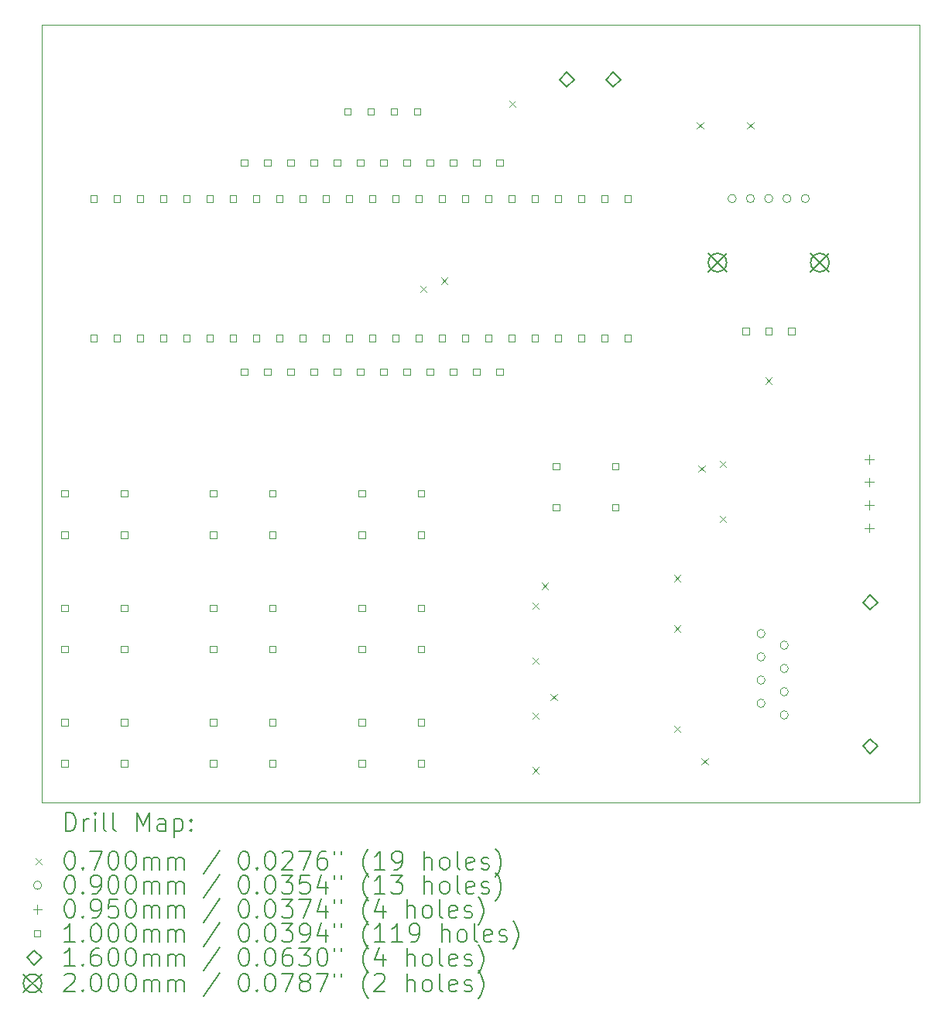
<source format=gbr>
%TF.GenerationSoftware,KiCad,Pcbnew,8.0.8*%
%TF.CreationDate,2025-02-06T19:54:42+00:00*%
%TF.ProjectId,TeensyELS,5465656e-7379-4454-9c53-2e6b69636164,rev?*%
%TF.SameCoordinates,Original*%
%TF.FileFunction,Drillmap*%
%TF.FilePolarity,Positive*%
%FSLAX45Y45*%
G04 Gerber Fmt 4.5, Leading zero omitted, Abs format (unit mm)*
G04 Created by KiCad (PCBNEW 8.0.8) date 2025-02-06 19:54:42*
%MOMM*%
%LPD*%
G01*
G04 APERTURE LIST*
%ADD10C,0.050000*%
%ADD11C,0.200000*%
%ADD12C,0.100000*%
%ADD13C,0.160000*%
G04 APERTURE END LIST*
D10*
X11300000Y-2400000D02*
X1700000Y-2400000D01*
X11300000Y-10900000D02*
X11300000Y-2400000D01*
X1700000Y-2400000D02*
X1700000Y-10900000D01*
X1700000Y-10900000D02*
X11300000Y-10900000D01*
D11*
D12*
X5835490Y-5253853D02*
X5905490Y-5323853D01*
X5905490Y-5253853D02*
X5835490Y-5323853D01*
X6065000Y-5165000D02*
X6135000Y-5235000D01*
X6135000Y-5165000D02*
X6065000Y-5235000D01*
X6815000Y-3230000D02*
X6885000Y-3300000D01*
X6885000Y-3230000D02*
X6815000Y-3300000D01*
X7065000Y-8715000D02*
X7135000Y-8785000D01*
X7135000Y-8715000D02*
X7065000Y-8785000D01*
X7065000Y-9315000D02*
X7135000Y-9385000D01*
X7135000Y-9315000D02*
X7065000Y-9385000D01*
X7065000Y-9915000D02*
X7135000Y-9985000D01*
X7135000Y-9915000D02*
X7065000Y-9985000D01*
X7065000Y-10515000D02*
X7135000Y-10585000D01*
X7135000Y-10515000D02*
X7065000Y-10585000D01*
X7165000Y-8500000D02*
X7235000Y-8570000D01*
X7235000Y-8500000D02*
X7165000Y-8570000D01*
X7265000Y-9715000D02*
X7335000Y-9785000D01*
X7335000Y-9715000D02*
X7265000Y-9785000D01*
X8615000Y-8415000D02*
X8685000Y-8485000D01*
X8685000Y-8415000D02*
X8615000Y-8485000D01*
X8615000Y-8965000D02*
X8685000Y-9035000D01*
X8685000Y-8965000D02*
X8615000Y-9035000D01*
X8615000Y-10065000D02*
X8685000Y-10135000D01*
X8685000Y-10065000D02*
X8615000Y-10135000D01*
X8865000Y-3465000D02*
X8935000Y-3535000D01*
X8935000Y-3465000D02*
X8865000Y-3535000D01*
X8882500Y-7215000D02*
X8952500Y-7285000D01*
X8952500Y-7215000D02*
X8882500Y-7285000D01*
X8915000Y-10415000D02*
X8985000Y-10485000D01*
X8985000Y-10415000D02*
X8915000Y-10485000D01*
X9115000Y-7165000D02*
X9185000Y-7235000D01*
X9185000Y-7165000D02*
X9115000Y-7235000D01*
X9117500Y-7765000D02*
X9187500Y-7835000D01*
X9187500Y-7765000D02*
X9117500Y-7835000D01*
X9415000Y-3465000D02*
X9485000Y-3535000D01*
X9485000Y-3465000D02*
X9415000Y-3535000D01*
X9615000Y-6256250D02*
X9685000Y-6326250D01*
X9685000Y-6256250D02*
X9615000Y-6326250D01*
X9295000Y-4300000D02*
G75*
G02*
X9205000Y-4300000I-45000J0D01*
G01*
X9205000Y-4300000D02*
G75*
G02*
X9295000Y-4300000I45000J0D01*
G01*
X9495000Y-4300000D02*
G75*
G02*
X9405000Y-4300000I-45000J0D01*
G01*
X9405000Y-4300000D02*
G75*
G02*
X9495000Y-4300000I45000J0D01*
G01*
X9611000Y-9055500D02*
G75*
G02*
X9521000Y-9055500I-45000J0D01*
G01*
X9521000Y-9055500D02*
G75*
G02*
X9611000Y-9055500I45000J0D01*
G01*
X9611000Y-9309500D02*
G75*
G02*
X9521000Y-9309500I-45000J0D01*
G01*
X9521000Y-9309500D02*
G75*
G02*
X9611000Y-9309500I45000J0D01*
G01*
X9611000Y-9563500D02*
G75*
G02*
X9521000Y-9563500I-45000J0D01*
G01*
X9521000Y-9563500D02*
G75*
G02*
X9611000Y-9563500I45000J0D01*
G01*
X9611000Y-9817500D02*
G75*
G02*
X9521000Y-9817500I-45000J0D01*
G01*
X9521000Y-9817500D02*
G75*
G02*
X9611000Y-9817500I45000J0D01*
G01*
X9695000Y-4300000D02*
G75*
G02*
X9605000Y-4300000I-45000J0D01*
G01*
X9605000Y-4300000D02*
G75*
G02*
X9695000Y-4300000I45000J0D01*
G01*
X9865000Y-9182500D02*
G75*
G02*
X9775000Y-9182500I-45000J0D01*
G01*
X9775000Y-9182500D02*
G75*
G02*
X9865000Y-9182500I45000J0D01*
G01*
X9865000Y-9436500D02*
G75*
G02*
X9775000Y-9436500I-45000J0D01*
G01*
X9775000Y-9436500D02*
G75*
G02*
X9865000Y-9436500I45000J0D01*
G01*
X9865000Y-9690500D02*
G75*
G02*
X9775000Y-9690500I-45000J0D01*
G01*
X9775000Y-9690500D02*
G75*
G02*
X9865000Y-9690500I45000J0D01*
G01*
X9865000Y-9944500D02*
G75*
G02*
X9775000Y-9944500I-45000J0D01*
G01*
X9775000Y-9944500D02*
G75*
G02*
X9865000Y-9944500I45000J0D01*
G01*
X9895000Y-4300000D02*
G75*
G02*
X9805000Y-4300000I-45000J0D01*
G01*
X9805000Y-4300000D02*
G75*
G02*
X9895000Y-4300000I45000J0D01*
G01*
X10095000Y-4300000D02*
G75*
G02*
X10005000Y-4300000I-45000J0D01*
G01*
X10005000Y-4300000D02*
G75*
G02*
X10095000Y-4300000I45000J0D01*
G01*
X10750000Y-7102500D02*
X10750000Y-7197500D01*
X10702500Y-7150000D02*
X10797500Y-7150000D01*
X10750000Y-7352500D02*
X10750000Y-7447500D01*
X10702500Y-7400000D02*
X10797500Y-7400000D01*
X10750000Y-7602500D02*
X10750000Y-7697500D01*
X10702500Y-7650000D02*
X10797500Y-7650000D01*
X10750000Y-7852500D02*
X10750000Y-7947500D01*
X10702500Y-7900000D02*
X10797500Y-7900000D01*
X1985356Y-7560356D02*
X1985356Y-7489644D01*
X1914644Y-7489644D01*
X1914644Y-7560356D01*
X1985356Y-7560356D01*
X1985356Y-8010356D02*
X1985356Y-7939644D01*
X1914644Y-7939644D01*
X1914644Y-8010356D01*
X1985356Y-8010356D01*
X1985356Y-8810356D02*
X1985356Y-8739644D01*
X1914644Y-8739644D01*
X1914644Y-8810356D01*
X1985356Y-8810356D01*
X1985356Y-9260356D02*
X1985356Y-9189644D01*
X1914644Y-9189644D01*
X1914644Y-9260356D01*
X1985356Y-9260356D01*
X1985356Y-10060356D02*
X1985356Y-9989644D01*
X1914644Y-9989644D01*
X1914644Y-10060356D01*
X1985356Y-10060356D01*
X1985356Y-10510356D02*
X1985356Y-10439644D01*
X1914644Y-10439644D01*
X1914644Y-10510356D01*
X1985356Y-10510356D01*
X2301356Y-4335356D02*
X2301356Y-4264644D01*
X2230644Y-4264644D01*
X2230644Y-4335356D01*
X2301356Y-4335356D01*
X2301356Y-5859356D02*
X2301356Y-5788644D01*
X2230644Y-5788644D01*
X2230644Y-5859356D01*
X2301356Y-5859356D01*
X2555356Y-4335356D02*
X2555356Y-4264644D01*
X2484644Y-4264644D01*
X2484644Y-4335356D01*
X2555356Y-4335356D01*
X2555356Y-5859356D02*
X2555356Y-5788644D01*
X2484644Y-5788644D01*
X2484644Y-5859356D01*
X2555356Y-5859356D01*
X2635356Y-7560356D02*
X2635356Y-7489644D01*
X2564644Y-7489644D01*
X2564644Y-7560356D01*
X2635356Y-7560356D01*
X2635356Y-8010356D02*
X2635356Y-7939644D01*
X2564644Y-7939644D01*
X2564644Y-8010356D01*
X2635356Y-8010356D01*
X2635356Y-8810356D02*
X2635356Y-8739644D01*
X2564644Y-8739644D01*
X2564644Y-8810356D01*
X2635356Y-8810356D01*
X2635356Y-9260356D02*
X2635356Y-9189644D01*
X2564644Y-9189644D01*
X2564644Y-9260356D01*
X2635356Y-9260356D01*
X2635356Y-10060356D02*
X2635356Y-9989644D01*
X2564644Y-9989644D01*
X2564644Y-10060356D01*
X2635356Y-10060356D01*
X2635356Y-10510356D02*
X2635356Y-10439644D01*
X2564644Y-10439644D01*
X2564644Y-10510356D01*
X2635356Y-10510356D01*
X2809356Y-4335356D02*
X2809356Y-4264644D01*
X2738644Y-4264644D01*
X2738644Y-4335356D01*
X2809356Y-4335356D01*
X2809356Y-5859356D02*
X2809356Y-5788644D01*
X2738644Y-5788644D01*
X2738644Y-5859356D01*
X2809356Y-5859356D01*
X3063356Y-4335356D02*
X3063356Y-4264644D01*
X2992644Y-4264644D01*
X2992644Y-4335356D01*
X3063356Y-4335356D01*
X3063356Y-5859356D02*
X3063356Y-5788644D01*
X2992644Y-5788644D01*
X2992644Y-5859356D01*
X3063356Y-5859356D01*
X3317356Y-4335356D02*
X3317356Y-4264644D01*
X3246644Y-4264644D01*
X3246644Y-4335356D01*
X3317356Y-4335356D01*
X3317356Y-5859356D02*
X3317356Y-5788644D01*
X3246644Y-5788644D01*
X3246644Y-5859356D01*
X3317356Y-5859356D01*
X3571356Y-4335356D02*
X3571356Y-4264644D01*
X3500644Y-4264644D01*
X3500644Y-4335356D01*
X3571356Y-4335356D01*
X3571356Y-5859356D02*
X3571356Y-5788644D01*
X3500644Y-5788644D01*
X3500644Y-5859356D01*
X3571356Y-5859356D01*
X3610356Y-7560356D02*
X3610356Y-7489644D01*
X3539644Y-7489644D01*
X3539644Y-7560356D01*
X3610356Y-7560356D01*
X3610356Y-8010356D02*
X3610356Y-7939644D01*
X3539644Y-7939644D01*
X3539644Y-8010356D01*
X3610356Y-8010356D01*
X3610356Y-8810356D02*
X3610356Y-8739644D01*
X3539644Y-8739644D01*
X3539644Y-8810356D01*
X3610356Y-8810356D01*
X3610356Y-9260356D02*
X3610356Y-9189644D01*
X3539644Y-9189644D01*
X3539644Y-9260356D01*
X3610356Y-9260356D01*
X3610356Y-10060356D02*
X3610356Y-9989644D01*
X3539644Y-9989644D01*
X3539644Y-10060356D01*
X3610356Y-10060356D01*
X3610356Y-10510356D02*
X3610356Y-10439644D01*
X3539644Y-10439644D01*
X3539644Y-10510356D01*
X3610356Y-10510356D01*
X3825356Y-4335356D02*
X3825356Y-4264644D01*
X3754644Y-4264644D01*
X3754644Y-4335356D01*
X3825356Y-4335356D01*
X3825356Y-5859356D02*
X3825356Y-5788644D01*
X3754644Y-5788644D01*
X3754644Y-5859356D01*
X3825356Y-5859356D01*
X3947924Y-3941850D02*
X3947924Y-3871138D01*
X3877213Y-3871138D01*
X3877213Y-3941850D01*
X3947924Y-3941850D01*
X3947924Y-6227850D02*
X3947924Y-6157138D01*
X3877213Y-6157138D01*
X3877213Y-6227850D01*
X3947924Y-6227850D01*
X4079356Y-4335356D02*
X4079356Y-4264644D01*
X4008644Y-4264644D01*
X4008644Y-4335356D01*
X4079356Y-4335356D01*
X4079356Y-5859356D02*
X4079356Y-5788644D01*
X4008644Y-5788644D01*
X4008644Y-5859356D01*
X4079356Y-5859356D01*
X4201924Y-3941850D02*
X4201924Y-3871138D01*
X4131213Y-3871138D01*
X4131213Y-3941850D01*
X4201924Y-3941850D01*
X4201924Y-6227850D02*
X4201924Y-6157138D01*
X4131213Y-6157138D01*
X4131213Y-6227850D01*
X4201924Y-6227850D01*
X4260356Y-7560356D02*
X4260356Y-7489644D01*
X4189644Y-7489644D01*
X4189644Y-7560356D01*
X4260356Y-7560356D01*
X4260356Y-8010356D02*
X4260356Y-7939644D01*
X4189644Y-7939644D01*
X4189644Y-8010356D01*
X4260356Y-8010356D01*
X4260356Y-8810356D02*
X4260356Y-8739644D01*
X4189644Y-8739644D01*
X4189644Y-8810356D01*
X4260356Y-8810356D01*
X4260356Y-9260356D02*
X4260356Y-9189644D01*
X4189644Y-9189644D01*
X4189644Y-9260356D01*
X4260356Y-9260356D01*
X4260356Y-10060356D02*
X4260356Y-9989644D01*
X4189644Y-9989644D01*
X4189644Y-10060356D01*
X4260356Y-10060356D01*
X4260356Y-10510356D02*
X4260356Y-10439644D01*
X4189644Y-10439644D01*
X4189644Y-10510356D01*
X4260356Y-10510356D01*
X4333356Y-4335356D02*
X4333356Y-4264644D01*
X4262644Y-4264644D01*
X4262644Y-4335356D01*
X4333356Y-4335356D01*
X4333356Y-5859356D02*
X4333356Y-5788644D01*
X4262644Y-5788644D01*
X4262644Y-5859356D01*
X4333356Y-5859356D01*
X4455924Y-3941850D02*
X4455924Y-3871138D01*
X4385213Y-3871138D01*
X4385213Y-3941850D01*
X4455924Y-3941850D01*
X4455924Y-6227850D02*
X4455924Y-6157138D01*
X4385213Y-6157138D01*
X4385213Y-6227850D01*
X4455924Y-6227850D01*
X4587356Y-4335356D02*
X4587356Y-4264644D01*
X4516644Y-4264644D01*
X4516644Y-4335356D01*
X4587356Y-4335356D01*
X4587356Y-5859356D02*
X4587356Y-5788644D01*
X4516644Y-5788644D01*
X4516644Y-5859356D01*
X4587356Y-5859356D01*
X4709924Y-3941850D02*
X4709924Y-3871138D01*
X4639213Y-3871138D01*
X4639213Y-3941850D01*
X4709924Y-3941850D01*
X4709924Y-6227850D02*
X4709924Y-6157138D01*
X4639213Y-6157138D01*
X4639213Y-6227850D01*
X4709924Y-6227850D01*
X4841356Y-4335356D02*
X4841356Y-4264644D01*
X4770644Y-4264644D01*
X4770644Y-4335356D01*
X4841356Y-4335356D01*
X4841356Y-5859356D02*
X4841356Y-5788644D01*
X4770644Y-5788644D01*
X4770644Y-5859356D01*
X4841356Y-5859356D01*
X4963924Y-3941850D02*
X4963924Y-3871138D01*
X4893213Y-3871138D01*
X4893213Y-3941850D01*
X4963924Y-3941850D01*
X4963924Y-6227850D02*
X4963924Y-6157138D01*
X4893213Y-6157138D01*
X4893213Y-6227850D01*
X4963924Y-6227850D01*
X5077356Y-3385356D02*
X5077356Y-3314644D01*
X5006644Y-3314644D01*
X5006644Y-3385356D01*
X5077356Y-3385356D01*
X5095356Y-4335356D02*
X5095356Y-4264644D01*
X5024644Y-4264644D01*
X5024644Y-4335356D01*
X5095356Y-4335356D01*
X5095356Y-5859356D02*
X5095356Y-5788644D01*
X5024644Y-5788644D01*
X5024644Y-5859356D01*
X5095356Y-5859356D01*
X5217924Y-3941850D02*
X5217924Y-3871138D01*
X5147213Y-3871138D01*
X5147213Y-3941850D01*
X5217924Y-3941850D01*
X5217924Y-6227850D02*
X5217924Y-6157138D01*
X5147213Y-6157138D01*
X5147213Y-6227850D01*
X5217924Y-6227850D01*
X5235356Y-7560356D02*
X5235356Y-7489644D01*
X5164644Y-7489644D01*
X5164644Y-7560356D01*
X5235356Y-7560356D01*
X5235356Y-8010356D02*
X5235356Y-7939644D01*
X5164644Y-7939644D01*
X5164644Y-8010356D01*
X5235356Y-8010356D01*
X5235356Y-8810356D02*
X5235356Y-8739644D01*
X5164644Y-8739644D01*
X5164644Y-8810356D01*
X5235356Y-8810356D01*
X5235356Y-9260356D02*
X5235356Y-9189644D01*
X5164644Y-9189644D01*
X5164644Y-9260356D01*
X5235356Y-9260356D01*
X5235356Y-10060356D02*
X5235356Y-9989644D01*
X5164644Y-9989644D01*
X5164644Y-10060356D01*
X5235356Y-10060356D01*
X5235356Y-10510356D02*
X5235356Y-10439644D01*
X5164644Y-10439644D01*
X5164644Y-10510356D01*
X5235356Y-10510356D01*
X5331356Y-3385356D02*
X5331356Y-3314644D01*
X5260644Y-3314644D01*
X5260644Y-3385356D01*
X5331356Y-3385356D01*
X5349356Y-4335356D02*
X5349356Y-4264644D01*
X5278644Y-4264644D01*
X5278644Y-4335356D01*
X5349356Y-4335356D01*
X5349356Y-5859356D02*
X5349356Y-5788644D01*
X5278644Y-5788644D01*
X5278644Y-5859356D01*
X5349356Y-5859356D01*
X5471924Y-3941850D02*
X5471924Y-3871138D01*
X5401213Y-3871138D01*
X5401213Y-3941850D01*
X5471924Y-3941850D01*
X5471924Y-6227850D02*
X5471924Y-6157138D01*
X5401213Y-6157138D01*
X5401213Y-6227850D01*
X5471924Y-6227850D01*
X5585356Y-3385356D02*
X5585356Y-3314644D01*
X5514644Y-3314644D01*
X5514644Y-3385356D01*
X5585356Y-3385356D01*
X5603356Y-4335356D02*
X5603356Y-4264644D01*
X5532644Y-4264644D01*
X5532644Y-4335356D01*
X5603356Y-4335356D01*
X5603356Y-5859356D02*
X5603356Y-5788644D01*
X5532644Y-5788644D01*
X5532644Y-5859356D01*
X5603356Y-5859356D01*
X5725924Y-3941850D02*
X5725924Y-3871138D01*
X5655213Y-3871138D01*
X5655213Y-3941850D01*
X5725924Y-3941850D01*
X5725924Y-6227850D02*
X5725924Y-6157138D01*
X5655213Y-6157138D01*
X5655213Y-6227850D01*
X5725924Y-6227850D01*
X5839356Y-3385356D02*
X5839356Y-3314644D01*
X5768644Y-3314644D01*
X5768644Y-3385356D01*
X5839356Y-3385356D01*
X5857356Y-4335356D02*
X5857356Y-4264644D01*
X5786644Y-4264644D01*
X5786644Y-4335356D01*
X5857356Y-4335356D01*
X5857356Y-5859356D02*
X5857356Y-5788644D01*
X5786644Y-5788644D01*
X5786644Y-5859356D01*
X5857356Y-5859356D01*
X5885356Y-7560356D02*
X5885356Y-7489644D01*
X5814644Y-7489644D01*
X5814644Y-7560356D01*
X5885356Y-7560356D01*
X5885356Y-8010356D02*
X5885356Y-7939644D01*
X5814644Y-7939644D01*
X5814644Y-8010356D01*
X5885356Y-8010356D01*
X5885356Y-8810356D02*
X5885356Y-8739644D01*
X5814644Y-8739644D01*
X5814644Y-8810356D01*
X5885356Y-8810356D01*
X5885356Y-9260356D02*
X5885356Y-9189644D01*
X5814644Y-9189644D01*
X5814644Y-9260356D01*
X5885356Y-9260356D01*
X5885356Y-10060356D02*
X5885356Y-9989644D01*
X5814644Y-9989644D01*
X5814644Y-10060356D01*
X5885356Y-10060356D01*
X5885356Y-10510356D02*
X5885356Y-10439644D01*
X5814644Y-10439644D01*
X5814644Y-10510356D01*
X5885356Y-10510356D01*
X5979924Y-3941850D02*
X5979924Y-3871138D01*
X5909213Y-3871138D01*
X5909213Y-3941850D01*
X5979924Y-3941850D01*
X5979924Y-6227850D02*
X5979924Y-6157138D01*
X5909213Y-6157138D01*
X5909213Y-6227850D01*
X5979924Y-6227850D01*
X6111356Y-4335356D02*
X6111356Y-4264644D01*
X6040644Y-4264644D01*
X6040644Y-4335356D01*
X6111356Y-4335356D01*
X6111356Y-5859356D02*
X6111356Y-5788644D01*
X6040644Y-5788644D01*
X6040644Y-5859356D01*
X6111356Y-5859356D01*
X6233924Y-3941850D02*
X6233924Y-3871138D01*
X6163213Y-3871138D01*
X6163213Y-3941850D01*
X6233924Y-3941850D01*
X6233924Y-6227850D02*
X6233924Y-6157138D01*
X6163213Y-6157138D01*
X6163213Y-6227850D01*
X6233924Y-6227850D01*
X6365356Y-4335356D02*
X6365356Y-4264644D01*
X6294644Y-4264644D01*
X6294644Y-4335356D01*
X6365356Y-4335356D01*
X6365356Y-5859356D02*
X6365356Y-5788644D01*
X6294644Y-5788644D01*
X6294644Y-5859356D01*
X6365356Y-5859356D01*
X6487924Y-3941850D02*
X6487924Y-3871138D01*
X6417213Y-3871138D01*
X6417213Y-3941850D01*
X6487924Y-3941850D01*
X6487924Y-6227850D02*
X6487924Y-6157138D01*
X6417213Y-6157138D01*
X6417213Y-6227850D01*
X6487924Y-6227850D01*
X6619356Y-4335356D02*
X6619356Y-4264644D01*
X6548644Y-4264644D01*
X6548644Y-4335356D01*
X6619356Y-4335356D01*
X6619356Y-5859356D02*
X6619356Y-5788644D01*
X6548644Y-5788644D01*
X6548644Y-5859356D01*
X6619356Y-5859356D01*
X6741924Y-3941850D02*
X6741924Y-3871138D01*
X6671213Y-3871138D01*
X6671213Y-3941850D01*
X6741924Y-3941850D01*
X6741924Y-6227850D02*
X6741924Y-6157138D01*
X6671213Y-6157138D01*
X6671213Y-6227850D01*
X6741924Y-6227850D01*
X6873356Y-4335356D02*
X6873356Y-4264644D01*
X6802644Y-4264644D01*
X6802644Y-4335356D01*
X6873356Y-4335356D01*
X6873356Y-5859356D02*
X6873356Y-5788644D01*
X6802644Y-5788644D01*
X6802644Y-5859356D01*
X6873356Y-5859356D01*
X7127356Y-4335356D02*
X7127356Y-4264644D01*
X7056644Y-4264644D01*
X7056644Y-4335356D01*
X7127356Y-4335356D01*
X7127356Y-5859356D02*
X7127356Y-5788644D01*
X7056644Y-5788644D01*
X7056644Y-5859356D01*
X7127356Y-5859356D01*
X7360356Y-7260356D02*
X7360356Y-7189644D01*
X7289644Y-7189644D01*
X7289644Y-7260356D01*
X7360356Y-7260356D01*
X7360356Y-7710356D02*
X7360356Y-7639644D01*
X7289644Y-7639644D01*
X7289644Y-7710356D01*
X7360356Y-7710356D01*
X7381356Y-4335356D02*
X7381356Y-4264644D01*
X7310644Y-4264644D01*
X7310644Y-4335356D01*
X7381356Y-4335356D01*
X7381356Y-5859356D02*
X7381356Y-5788644D01*
X7310644Y-5788644D01*
X7310644Y-5859356D01*
X7381356Y-5859356D01*
X7635356Y-4335356D02*
X7635356Y-4264644D01*
X7564644Y-4264644D01*
X7564644Y-4335356D01*
X7635356Y-4335356D01*
X7635356Y-5859356D02*
X7635356Y-5788644D01*
X7564644Y-5788644D01*
X7564644Y-5859356D01*
X7635356Y-5859356D01*
X7889356Y-4335356D02*
X7889356Y-4264644D01*
X7818644Y-4264644D01*
X7818644Y-4335356D01*
X7889356Y-4335356D01*
X7889356Y-5859356D02*
X7889356Y-5788644D01*
X7818644Y-5788644D01*
X7818644Y-5859356D01*
X7889356Y-5859356D01*
X8010356Y-7260356D02*
X8010356Y-7189644D01*
X7939644Y-7189644D01*
X7939644Y-7260356D01*
X8010356Y-7260356D01*
X8010356Y-7710356D02*
X8010356Y-7639644D01*
X7939644Y-7639644D01*
X7939644Y-7710356D01*
X8010356Y-7710356D01*
X8143356Y-4335356D02*
X8143356Y-4264644D01*
X8072644Y-4264644D01*
X8072644Y-4335356D01*
X8143356Y-4335356D01*
X8143356Y-5859356D02*
X8143356Y-5788644D01*
X8072644Y-5788644D01*
X8072644Y-5859356D01*
X8143356Y-5859356D01*
X9435356Y-5785356D02*
X9435356Y-5714644D01*
X9364644Y-5714644D01*
X9364644Y-5785356D01*
X9435356Y-5785356D01*
X9685356Y-5785356D02*
X9685356Y-5714644D01*
X9614644Y-5714644D01*
X9614644Y-5785356D01*
X9685356Y-5785356D01*
X9935356Y-5785356D02*
X9935356Y-5714644D01*
X9864644Y-5714644D01*
X9864644Y-5785356D01*
X9935356Y-5785356D01*
D13*
X7442000Y-3080000D02*
X7522000Y-3000000D01*
X7442000Y-2920000D01*
X7362000Y-3000000D01*
X7442000Y-3080000D01*
X7950000Y-3080000D02*
X8030000Y-3000000D01*
X7950000Y-2920000D01*
X7870000Y-3000000D01*
X7950000Y-3080000D01*
X10760000Y-8795000D02*
X10840000Y-8715000D01*
X10760000Y-8635000D01*
X10680000Y-8715000D01*
X10760000Y-8795000D01*
X10760000Y-10365000D02*
X10840000Y-10285000D01*
X10760000Y-10205000D01*
X10680000Y-10285000D01*
X10760000Y-10365000D01*
D11*
X8990000Y-4900000D02*
X9190000Y-5100000D01*
X9190000Y-4900000D02*
X8990000Y-5100000D01*
X9190000Y-5000000D02*
G75*
G02*
X8990000Y-5000000I-100000J0D01*
G01*
X8990000Y-5000000D02*
G75*
G02*
X9190000Y-5000000I100000J0D01*
G01*
X10110000Y-4900000D02*
X10310000Y-5100000D01*
X10310000Y-4900000D02*
X10110000Y-5100000D01*
X10310000Y-5000000D02*
G75*
G02*
X10110000Y-5000000I-100000J0D01*
G01*
X10110000Y-5000000D02*
G75*
G02*
X10310000Y-5000000I100000J0D01*
G01*
X1958277Y-11213984D02*
X1958277Y-11013984D01*
X1958277Y-11013984D02*
X2005896Y-11013984D01*
X2005896Y-11013984D02*
X2034467Y-11023508D01*
X2034467Y-11023508D02*
X2053515Y-11042555D01*
X2053515Y-11042555D02*
X2063039Y-11061603D01*
X2063039Y-11061603D02*
X2072562Y-11099698D01*
X2072562Y-11099698D02*
X2072562Y-11128270D01*
X2072562Y-11128270D02*
X2063039Y-11166365D01*
X2063039Y-11166365D02*
X2053515Y-11185412D01*
X2053515Y-11185412D02*
X2034467Y-11204460D01*
X2034467Y-11204460D02*
X2005896Y-11213984D01*
X2005896Y-11213984D02*
X1958277Y-11213984D01*
X2158277Y-11213984D02*
X2158277Y-11080650D01*
X2158277Y-11118746D02*
X2167801Y-11099698D01*
X2167801Y-11099698D02*
X2177324Y-11090174D01*
X2177324Y-11090174D02*
X2196372Y-11080650D01*
X2196372Y-11080650D02*
X2215420Y-11080650D01*
X2282086Y-11213984D02*
X2282086Y-11080650D01*
X2282086Y-11013984D02*
X2272563Y-11023508D01*
X2272563Y-11023508D02*
X2282086Y-11033031D01*
X2282086Y-11033031D02*
X2291610Y-11023508D01*
X2291610Y-11023508D02*
X2282086Y-11013984D01*
X2282086Y-11013984D02*
X2282086Y-11033031D01*
X2405896Y-11213984D02*
X2386848Y-11204460D01*
X2386848Y-11204460D02*
X2377324Y-11185412D01*
X2377324Y-11185412D02*
X2377324Y-11013984D01*
X2510658Y-11213984D02*
X2491610Y-11204460D01*
X2491610Y-11204460D02*
X2482086Y-11185412D01*
X2482086Y-11185412D02*
X2482086Y-11013984D01*
X2739229Y-11213984D02*
X2739229Y-11013984D01*
X2739229Y-11013984D02*
X2805896Y-11156841D01*
X2805896Y-11156841D02*
X2872562Y-11013984D01*
X2872562Y-11013984D02*
X2872562Y-11213984D01*
X3053515Y-11213984D02*
X3053515Y-11109222D01*
X3053515Y-11109222D02*
X3043991Y-11090174D01*
X3043991Y-11090174D02*
X3024943Y-11080650D01*
X3024943Y-11080650D02*
X2986848Y-11080650D01*
X2986848Y-11080650D02*
X2967801Y-11090174D01*
X3053515Y-11204460D02*
X3034467Y-11213984D01*
X3034467Y-11213984D02*
X2986848Y-11213984D01*
X2986848Y-11213984D02*
X2967801Y-11204460D01*
X2967801Y-11204460D02*
X2958277Y-11185412D01*
X2958277Y-11185412D02*
X2958277Y-11166365D01*
X2958277Y-11166365D02*
X2967801Y-11147317D01*
X2967801Y-11147317D02*
X2986848Y-11137793D01*
X2986848Y-11137793D02*
X3034467Y-11137793D01*
X3034467Y-11137793D02*
X3053515Y-11128270D01*
X3148753Y-11080650D02*
X3148753Y-11280650D01*
X3148753Y-11090174D02*
X3167801Y-11080650D01*
X3167801Y-11080650D02*
X3205896Y-11080650D01*
X3205896Y-11080650D02*
X3224943Y-11090174D01*
X3224943Y-11090174D02*
X3234467Y-11099698D01*
X3234467Y-11099698D02*
X3243991Y-11118746D01*
X3243991Y-11118746D02*
X3243991Y-11175889D01*
X3243991Y-11175889D02*
X3234467Y-11194936D01*
X3234467Y-11194936D02*
X3224943Y-11204460D01*
X3224943Y-11204460D02*
X3205896Y-11213984D01*
X3205896Y-11213984D02*
X3167801Y-11213984D01*
X3167801Y-11213984D02*
X3148753Y-11204460D01*
X3329705Y-11194936D02*
X3339229Y-11204460D01*
X3339229Y-11204460D02*
X3329705Y-11213984D01*
X3329705Y-11213984D02*
X3320182Y-11204460D01*
X3320182Y-11204460D02*
X3329705Y-11194936D01*
X3329705Y-11194936D02*
X3329705Y-11213984D01*
X3329705Y-11090174D02*
X3339229Y-11099698D01*
X3339229Y-11099698D02*
X3329705Y-11109222D01*
X3329705Y-11109222D02*
X3320182Y-11099698D01*
X3320182Y-11099698D02*
X3329705Y-11090174D01*
X3329705Y-11090174D02*
X3329705Y-11109222D01*
D12*
X1627500Y-11507500D02*
X1697500Y-11577500D01*
X1697500Y-11507500D02*
X1627500Y-11577500D01*
D11*
X1996372Y-11433984D02*
X2015420Y-11433984D01*
X2015420Y-11433984D02*
X2034467Y-11443508D01*
X2034467Y-11443508D02*
X2043991Y-11453031D01*
X2043991Y-11453031D02*
X2053515Y-11472079D01*
X2053515Y-11472079D02*
X2063039Y-11510174D01*
X2063039Y-11510174D02*
X2063039Y-11557793D01*
X2063039Y-11557793D02*
X2053515Y-11595888D01*
X2053515Y-11595888D02*
X2043991Y-11614936D01*
X2043991Y-11614936D02*
X2034467Y-11624460D01*
X2034467Y-11624460D02*
X2015420Y-11633984D01*
X2015420Y-11633984D02*
X1996372Y-11633984D01*
X1996372Y-11633984D02*
X1977324Y-11624460D01*
X1977324Y-11624460D02*
X1967801Y-11614936D01*
X1967801Y-11614936D02*
X1958277Y-11595888D01*
X1958277Y-11595888D02*
X1948753Y-11557793D01*
X1948753Y-11557793D02*
X1948753Y-11510174D01*
X1948753Y-11510174D02*
X1958277Y-11472079D01*
X1958277Y-11472079D02*
X1967801Y-11453031D01*
X1967801Y-11453031D02*
X1977324Y-11443508D01*
X1977324Y-11443508D02*
X1996372Y-11433984D01*
X2148753Y-11614936D02*
X2158277Y-11624460D01*
X2158277Y-11624460D02*
X2148753Y-11633984D01*
X2148753Y-11633984D02*
X2139229Y-11624460D01*
X2139229Y-11624460D02*
X2148753Y-11614936D01*
X2148753Y-11614936D02*
X2148753Y-11633984D01*
X2224944Y-11433984D02*
X2358277Y-11433984D01*
X2358277Y-11433984D02*
X2272563Y-11633984D01*
X2472563Y-11433984D02*
X2491610Y-11433984D01*
X2491610Y-11433984D02*
X2510658Y-11443508D01*
X2510658Y-11443508D02*
X2520182Y-11453031D01*
X2520182Y-11453031D02*
X2529705Y-11472079D01*
X2529705Y-11472079D02*
X2539229Y-11510174D01*
X2539229Y-11510174D02*
X2539229Y-11557793D01*
X2539229Y-11557793D02*
X2529705Y-11595888D01*
X2529705Y-11595888D02*
X2520182Y-11614936D01*
X2520182Y-11614936D02*
X2510658Y-11624460D01*
X2510658Y-11624460D02*
X2491610Y-11633984D01*
X2491610Y-11633984D02*
X2472563Y-11633984D01*
X2472563Y-11633984D02*
X2453515Y-11624460D01*
X2453515Y-11624460D02*
X2443991Y-11614936D01*
X2443991Y-11614936D02*
X2434467Y-11595888D01*
X2434467Y-11595888D02*
X2424944Y-11557793D01*
X2424944Y-11557793D02*
X2424944Y-11510174D01*
X2424944Y-11510174D02*
X2434467Y-11472079D01*
X2434467Y-11472079D02*
X2443991Y-11453031D01*
X2443991Y-11453031D02*
X2453515Y-11443508D01*
X2453515Y-11443508D02*
X2472563Y-11433984D01*
X2663039Y-11433984D02*
X2682086Y-11433984D01*
X2682086Y-11433984D02*
X2701134Y-11443508D01*
X2701134Y-11443508D02*
X2710658Y-11453031D01*
X2710658Y-11453031D02*
X2720182Y-11472079D01*
X2720182Y-11472079D02*
X2729705Y-11510174D01*
X2729705Y-11510174D02*
X2729705Y-11557793D01*
X2729705Y-11557793D02*
X2720182Y-11595888D01*
X2720182Y-11595888D02*
X2710658Y-11614936D01*
X2710658Y-11614936D02*
X2701134Y-11624460D01*
X2701134Y-11624460D02*
X2682086Y-11633984D01*
X2682086Y-11633984D02*
X2663039Y-11633984D01*
X2663039Y-11633984D02*
X2643991Y-11624460D01*
X2643991Y-11624460D02*
X2634467Y-11614936D01*
X2634467Y-11614936D02*
X2624944Y-11595888D01*
X2624944Y-11595888D02*
X2615420Y-11557793D01*
X2615420Y-11557793D02*
X2615420Y-11510174D01*
X2615420Y-11510174D02*
X2624944Y-11472079D01*
X2624944Y-11472079D02*
X2634467Y-11453031D01*
X2634467Y-11453031D02*
X2643991Y-11443508D01*
X2643991Y-11443508D02*
X2663039Y-11433984D01*
X2815420Y-11633984D02*
X2815420Y-11500650D01*
X2815420Y-11519698D02*
X2824943Y-11510174D01*
X2824943Y-11510174D02*
X2843991Y-11500650D01*
X2843991Y-11500650D02*
X2872563Y-11500650D01*
X2872563Y-11500650D02*
X2891610Y-11510174D01*
X2891610Y-11510174D02*
X2901134Y-11529222D01*
X2901134Y-11529222D02*
X2901134Y-11633984D01*
X2901134Y-11529222D02*
X2910658Y-11510174D01*
X2910658Y-11510174D02*
X2929705Y-11500650D01*
X2929705Y-11500650D02*
X2958277Y-11500650D01*
X2958277Y-11500650D02*
X2977324Y-11510174D01*
X2977324Y-11510174D02*
X2986848Y-11529222D01*
X2986848Y-11529222D02*
X2986848Y-11633984D01*
X3082086Y-11633984D02*
X3082086Y-11500650D01*
X3082086Y-11519698D02*
X3091610Y-11510174D01*
X3091610Y-11510174D02*
X3110658Y-11500650D01*
X3110658Y-11500650D02*
X3139229Y-11500650D01*
X3139229Y-11500650D02*
X3158277Y-11510174D01*
X3158277Y-11510174D02*
X3167801Y-11529222D01*
X3167801Y-11529222D02*
X3167801Y-11633984D01*
X3167801Y-11529222D02*
X3177324Y-11510174D01*
X3177324Y-11510174D02*
X3196372Y-11500650D01*
X3196372Y-11500650D02*
X3224943Y-11500650D01*
X3224943Y-11500650D02*
X3243991Y-11510174D01*
X3243991Y-11510174D02*
X3253515Y-11529222D01*
X3253515Y-11529222D02*
X3253515Y-11633984D01*
X3643991Y-11424460D02*
X3472563Y-11681603D01*
X3901134Y-11433984D02*
X3920182Y-11433984D01*
X3920182Y-11433984D02*
X3939229Y-11443508D01*
X3939229Y-11443508D02*
X3948753Y-11453031D01*
X3948753Y-11453031D02*
X3958277Y-11472079D01*
X3958277Y-11472079D02*
X3967801Y-11510174D01*
X3967801Y-11510174D02*
X3967801Y-11557793D01*
X3967801Y-11557793D02*
X3958277Y-11595888D01*
X3958277Y-11595888D02*
X3948753Y-11614936D01*
X3948753Y-11614936D02*
X3939229Y-11624460D01*
X3939229Y-11624460D02*
X3920182Y-11633984D01*
X3920182Y-11633984D02*
X3901134Y-11633984D01*
X3901134Y-11633984D02*
X3882086Y-11624460D01*
X3882086Y-11624460D02*
X3872563Y-11614936D01*
X3872563Y-11614936D02*
X3863039Y-11595888D01*
X3863039Y-11595888D02*
X3853515Y-11557793D01*
X3853515Y-11557793D02*
X3853515Y-11510174D01*
X3853515Y-11510174D02*
X3863039Y-11472079D01*
X3863039Y-11472079D02*
X3872563Y-11453031D01*
X3872563Y-11453031D02*
X3882086Y-11443508D01*
X3882086Y-11443508D02*
X3901134Y-11433984D01*
X4053515Y-11614936D02*
X4063039Y-11624460D01*
X4063039Y-11624460D02*
X4053515Y-11633984D01*
X4053515Y-11633984D02*
X4043991Y-11624460D01*
X4043991Y-11624460D02*
X4053515Y-11614936D01*
X4053515Y-11614936D02*
X4053515Y-11633984D01*
X4186848Y-11433984D02*
X4205896Y-11433984D01*
X4205896Y-11433984D02*
X4224944Y-11443508D01*
X4224944Y-11443508D02*
X4234468Y-11453031D01*
X4234468Y-11453031D02*
X4243991Y-11472079D01*
X4243991Y-11472079D02*
X4253515Y-11510174D01*
X4253515Y-11510174D02*
X4253515Y-11557793D01*
X4253515Y-11557793D02*
X4243991Y-11595888D01*
X4243991Y-11595888D02*
X4234468Y-11614936D01*
X4234468Y-11614936D02*
X4224944Y-11624460D01*
X4224944Y-11624460D02*
X4205896Y-11633984D01*
X4205896Y-11633984D02*
X4186848Y-11633984D01*
X4186848Y-11633984D02*
X4167801Y-11624460D01*
X4167801Y-11624460D02*
X4158277Y-11614936D01*
X4158277Y-11614936D02*
X4148753Y-11595888D01*
X4148753Y-11595888D02*
X4139229Y-11557793D01*
X4139229Y-11557793D02*
X4139229Y-11510174D01*
X4139229Y-11510174D02*
X4148753Y-11472079D01*
X4148753Y-11472079D02*
X4158277Y-11453031D01*
X4158277Y-11453031D02*
X4167801Y-11443508D01*
X4167801Y-11443508D02*
X4186848Y-11433984D01*
X4329706Y-11453031D02*
X4339229Y-11443508D01*
X4339229Y-11443508D02*
X4358277Y-11433984D01*
X4358277Y-11433984D02*
X4405896Y-11433984D01*
X4405896Y-11433984D02*
X4424944Y-11443508D01*
X4424944Y-11443508D02*
X4434468Y-11453031D01*
X4434468Y-11453031D02*
X4443991Y-11472079D01*
X4443991Y-11472079D02*
X4443991Y-11491127D01*
X4443991Y-11491127D02*
X4434468Y-11519698D01*
X4434468Y-11519698D02*
X4320182Y-11633984D01*
X4320182Y-11633984D02*
X4443991Y-11633984D01*
X4510658Y-11433984D02*
X4643991Y-11433984D01*
X4643991Y-11433984D02*
X4558277Y-11633984D01*
X4805896Y-11433984D02*
X4767801Y-11433984D01*
X4767801Y-11433984D02*
X4748753Y-11443508D01*
X4748753Y-11443508D02*
X4739229Y-11453031D01*
X4739229Y-11453031D02*
X4720182Y-11481603D01*
X4720182Y-11481603D02*
X4710658Y-11519698D01*
X4710658Y-11519698D02*
X4710658Y-11595888D01*
X4710658Y-11595888D02*
X4720182Y-11614936D01*
X4720182Y-11614936D02*
X4729706Y-11624460D01*
X4729706Y-11624460D02*
X4748753Y-11633984D01*
X4748753Y-11633984D02*
X4786849Y-11633984D01*
X4786849Y-11633984D02*
X4805896Y-11624460D01*
X4805896Y-11624460D02*
X4815420Y-11614936D01*
X4815420Y-11614936D02*
X4824944Y-11595888D01*
X4824944Y-11595888D02*
X4824944Y-11548269D01*
X4824944Y-11548269D02*
X4815420Y-11529222D01*
X4815420Y-11529222D02*
X4805896Y-11519698D01*
X4805896Y-11519698D02*
X4786849Y-11510174D01*
X4786849Y-11510174D02*
X4748753Y-11510174D01*
X4748753Y-11510174D02*
X4729706Y-11519698D01*
X4729706Y-11519698D02*
X4720182Y-11529222D01*
X4720182Y-11529222D02*
X4710658Y-11548269D01*
X4901134Y-11433984D02*
X4901134Y-11472079D01*
X4977325Y-11433984D02*
X4977325Y-11472079D01*
X5272563Y-11710174D02*
X5263039Y-11700650D01*
X5263039Y-11700650D02*
X5243991Y-11672079D01*
X5243991Y-11672079D02*
X5234468Y-11653031D01*
X5234468Y-11653031D02*
X5224944Y-11624460D01*
X5224944Y-11624460D02*
X5215420Y-11576841D01*
X5215420Y-11576841D02*
X5215420Y-11538746D01*
X5215420Y-11538746D02*
X5224944Y-11491127D01*
X5224944Y-11491127D02*
X5234468Y-11462555D01*
X5234468Y-11462555D02*
X5243991Y-11443508D01*
X5243991Y-11443508D02*
X5263039Y-11414936D01*
X5263039Y-11414936D02*
X5272563Y-11405412D01*
X5453515Y-11633984D02*
X5339230Y-11633984D01*
X5396372Y-11633984D02*
X5396372Y-11433984D01*
X5396372Y-11433984D02*
X5377325Y-11462555D01*
X5377325Y-11462555D02*
X5358277Y-11481603D01*
X5358277Y-11481603D02*
X5339230Y-11491127D01*
X5548753Y-11633984D02*
X5586849Y-11633984D01*
X5586849Y-11633984D02*
X5605896Y-11624460D01*
X5605896Y-11624460D02*
X5615420Y-11614936D01*
X5615420Y-11614936D02*
X5634468Y-11586365D01*
X5634468Y-11586365D02*
X5643991Y-11548269D01*
X5643991Y-11548269D02*
X5643991Y-11472079D01*
X5643991Y-11472079D02*
X5634468Y-11453031D01*
X5634468Y-11453031D02*
X5624944Y-11443508D01*
X5624944Y-11443508D02*
X5605896Y-11433984D01*
X5605896Y-11433984D02*
X5567801Y-11433984D01*
X5567801Y-11433984D02*
X5548753Y-11443508D01*
X5548753Y-11443508D02*
X5539230Y-11453031D01*
X5539230Y-11453031D02*
X5529706Y-11472079D01*
X5529706Y-11472079D02*
X5529706Y-11519698D01*
X5529706Y-11519698D02*
X5539230Y-11538746D01*
X5539230Y-11538746D02*
X5548753Y-11548269D01*
X5548753Y-11548269D02*
X5567801Y-11557793D01*
X5567801Y-11557793D02*
X5605896Y-11557793D01*
X5605896Y-11557793D02*
X5624944Y-11548269D01*
X5624944Y-11548269D02*
X5634468Y-11538746D01*
X5634468Y-11538746D02*
X5643991Y-11519698D01*
X5882087Y-11633984D02*
X5882087Y-11433984D01*
X5967801Y-11633984D02*
X5967801Y-11529222D01*
X5967801Y-11529222D02*
X5958277Y-11510174D01*
X5958277Y-11510174D02*
X5939230Y-11500650D01*
X5939230Y-11500650D02*
X5910658Y-11500650D01*
X5910658Y-11500650D02*
X5891610Y-11510174D01*
X5891610Y-11510174D02*
X5882087Y-11519698D01*
X6091610Y-11633984D02*
X6072563Y-11624460D01*
X6072563Y-11624460D02*
X6063039Y-11614936D01*
X6063039Y-11614936D02*
X6053515Y-11595888D01*
X6053515Y-11595888D02*
X6053515Y-11538746D01*
X6053515Y-11538746D02*
X6063039Y-11519698D01*
X6063039Y-11519698D02*
X6072563Y-11510174D01*
X6072563Y-11510174D02*
X6091610Y-11500650D01*
X6091610Y-11500650D02*
X6120182Y-11500650D01*
X6120182Y-11500650D02*
X6139230Y-11510174D01*
X6139230Y-11510174D02*
X6148753Y-11519698D01*
X6148753Y-11519698D02*
X6158277Y-11538746D01*
X6158277Y-11538746D02*
X6158277Y-11595888D01*
X6158277Y-11595888D02*
X6148753Y-11614936D01*
X6148753Y-11614936D02*
X6139230Y-11624460D01*
X6139230Y-11624460D02*
X6120182Y-11633984D01*
X6120182Y-11633984D02*
X6091610Y-11633984D01*
X6272563Y-11633984D02*
X6253515Y-11624460D01*
X6253515Y-11624460D02*
X6243991Y-11605412D01*
X6243991Y-11605412D02*
X6243991Y-11433984D01*
X6424944Y-11624460D02*
X6405896Y-11633984D01*
X6405896Y-11633984D02*
X6367801Y-11633984D01*
X6367801Y-11633984D02*
X6348753Y-11624460D01*
X6348753Y-11624460D02*
X6339230Y-11605412D01*
X6339230Y-11605412D02*
X6339230Y-11529222D01*
X6339230Y-11529222D02*
X6348753Y-11510174D01*
X6348753Y-11510174D02*
X6367801Y-11500650D01*
X6367801Y-11500650D02*
X6405896Y-11500650D01*
X6405896Y-11500650D02*
X6424944Y-11510174D01*
X6424944Y-11510174D02*
X6434468Y-11529222D01*
X6434468Y-11529222D02*
X6434468Y-11548269D01*
X6434468Y-11548269D02*
X6339230Y-11567317D01*
X6510658Y-11624460D02*
X6529706Y-11633984D01*
X6529706Y-11633984D02*
X6567801Y-11633984D01*
X6567801Y-11633984D02*
X6586849Y-11624460D01*
X6586849Y-11624460D02*
X6596372Y-11605412D01*
X6596372Y-11605412D02*
X6596372Y-11595888D01*
X6596372Y-11595888D02*
X6586849Y-11576841D01*
X6586849Y-11576841D02*
X6567801Y-11567317D01*
X6567801Y-11567317D02*
X6539230Y-11567317D01*
X6539230Y-11567317D02*
X6520182Y-11557793D01*
X6520182Y-11557793D02*
X6510658Y-11538746D01*
X6510658Y-11538746D02*
X6510658Y-11529222D01*
X6510658Y-11529222D02*
X6520182Y-11510174D01*
X6520182Y-11510174D02*
X6539230Y-11500650D01*
X6539230Y-11500650D02*
X6567801Y-11500650D01*
X6567801Y-11500650D02*
X6586849Y-11510174D01*
X6663039Y-11710174D02*
X6672563Y-11700650D01*
X6672563Y-11700650D02*
X6691611Y-11672079D01*
X6691611Y-11672079D02*
X6701134Y-11653031D01*
X6701134Y-11653031D02*
X6710658Y-11624460D01*
X6710658Y-11624460D02*
X6720182Y-11576841D01*
X6720182Y-11576841D02*
X6720182Y-11538746D01*
X6720182Y-11538746D02*
X6710658Y-11491127D01*
X6710658Y-11491127D02*
X6701134Y-11462555D01*
X6701134Y-11462555D02*
X6691611Y-11443508D01*
X6691611Y-11443508D02*
X6672563Y-11414936D01*
X6672563Y-11414936D02*
X6663039Y-11405412D01*
D12*
X1697500Y-11806500D02*
G75*
G02*
X1607500Y-11806500I-45000J0D01*
G01*
X1607500Y-11806500D02*
G75*
G02*
X1697500Y-11806500I45000J0D01*
G01*
D11*
X1996372Y-11697984D02*
X2015420Y-11697984D01*
X2015420Y-11697984D02*
X2034467Y-11707508D01*
X2034467Y-11707508D02*
X2043991Y-11717031D01*
X2043991Y-11717031D02*
X2053515Y-11736079D01*
X2053515Y-11736079D02*
X2063039Y-11774174D01*
X2063039Y-11774174D02*
X2063039Y-11821793D01*
X2063039Y-11821793D02*
X2053515Y-11859888D01*
X2053515Y-11859888D02*
X2043991Y-11878936D01*
X2043991Y-11878936D02*
X2034467Y-11888460D01*
X2034467Y-11888460D02*
X2015420Y-11897984D01*
X2015420Y-11897984D02*
X1996372Y-11897984D01*
X1996372Y-11897984D02*
X1977324Y-11888460D01*
X1977324Y-11888460D02*
X1967801Y-11878936D01*
X1967801Y-11878936D02*
X1958277Y-11859888D01*
X1958277Y-11859888D02*
X1948753Y-11821793D01*
X1948753Y-11821793D02*
X1948753Y-11774174D01*
X1948753Y-11774174D02*
X1958277Y-11736079D01*
X1958277Y-11736079D02*
X1967801Y-11717031D01*
X1967801Y-11717031D02*
X1977324Y-11707508D01*
X1977324Y-11707508D02*
X1996372Y-11697984D01*
X2148753Y-11878936D02*
X2158277Y-11888460D01*
X2158277Y-11888460D02*
X2148753Y-11897984D01*
X2148753Y-11897984D02*
X2139229Y-11888460D01*
X2139229Y-11888460D02*
X2148753Y-11878936D01*
X2148753Y-11878936D02*
X2148753Y-11897984D01*
X2253515Y-11897984D02*
X2291610Y-11897984D01*
X2291610Y-11897984D02*
X2310658Y-11888460D01*
X2310658Y-11888460D02*
X2320182Y-11878936D01*
X2320182Y-11878936D02*
X2339229Y-11850365D01*
X2339229Y-11850365D02*
X2348753Y-11812269D01*
X2348753Y-11812269D02*
X2348753Y-11736079D01*
X2348753Y-11736079D02*
X2339229Y-11717031D01*
X2339229Y-11717031D02*
X2329705Y-11707508D01*
X2329705Y-11707508D02*
X2310658Y-11697984D01*
X2310658Y-11697984D02*
X2272563Y-11697984D01*
X2272563Y-11697984D02*
X2253515Y-11707508D01*
X2253515Y-11707508D02*
X2243991Y-11717031D01*
X2243991Y-11717031D02*
X2234467Y-11736079D01*
X2234467Y-11736079D02*
X2234467Y-11783698D01*
X2234467Y-11783698D02*
X2243991Y-11802746D01*
X2243991Y-11802746D02*
X2253515Y-11812269D01*
X2253515Y-11812269D02*
X2272563Y-11821793D01*
X2272563Y-11821793D02*
X2310658Y-11821793D01*
X2310658Y-11821793D02*
X2329705Y-11812269D01*
X2329705Y-11812269D02*
X2339229Y-11802746D01*
X2339229Y-11802746D02*
X2348753Y-11783698D01*
X2472563Y-11697984D02*
X2491610Y-11697984D01*
X2491610Y-11697984D02*
X2510658Y-11707508D01*
X2510658Y-11707508D02*
X2520182Y-11717031D01*
X2520182Y-11717031D02*
X2529705Y-11736079D01*
X2529705Y-11736079D02*
X2539229Y-11774174D01*
X2539229Y-11774174D02*
X2539229Y-11821793D01*
X2539229Y-11821793D02*
X2529705Y-11859888D01*
X2529705Y-11859888D02*
X2520182Y-11878936D01*
X2520182Y-11878936D02*
X2510658Y-11888460D01*
X2510658Y-11888460D02*
X2491610Y-11897984D01*
X2491610Y-11897984D02*
X2472563Y-11897984D01*
X2472563Y-11897984D02*
X2453515Y-11888460D01*
X2453515Y-11888460D02*
X2443991Y-11878936D01*
X2443991Y-11878936D02*
X2434467Y-11859888D01*
X2434467Y-11859888D02*
X2424944Y-11821793D01*
X2424944Y-11821793D02*
X2424944Y-11774174D01*
X2424944Y-11774174D02*
X2434467Y-11736079D01*
X2434467Y-11736079D02*
X2443991Y-11717031D01*
X2443991Y-11717031D02*
X2453515Y-11707508D01*
X2453515Y-11707508D02*
X2472563Y-11697984D01*
X2663039Y-11697984D02*
X2682086Y-11697984D01*
X2682086Y-11697984D02*
X2701134Y-11707508D01*
X2701134Y-11707508D02*
X2710658Y-11717031D01*
X2710658Y-11717031D02*
X2720182Y-11736079D01*
X2720182Y-11736079D02*
X2729705Y-11774174D01*
X2729705Y-11774174D02*
X2729705Y-11821793D01*
X2729705Y-11821793D02*
X2720182Y-11859888D01*
X2720182Y-11859888D02*
X2710658Y-11878936D01*
X2710658Y-11878936D02*
X2701134Y-11888460D01*
X2701134Y-11888460D02*
X2682086Y-11897984D01*
X2682086Y-11897984D02*
X2663039Y-11897984D01*
X2663039Y-11897984D02*
X2643991Y-11888460D01*
X2643991Y-11888460D02*
X2634467Y-11878936D01*
X2634467Y-11878936D02*
X2624944Y-11859888D01*
X2624944Y-11859888D02*
X2615420Y-11821793D01*
X2615420Y-11821793D02*
X2615420Y-11774174D01*
X2615420Y-11774174D02*
X2624944Y-11736079D01*
X2624944Y-11736079D02*
X2634467Y-11717031D01*
X2634467Y-11717031D02*
X2643991Y-11707508D01*
X2643991Y-11707508D02*
X2663039Y-11697984D01*
X2815420Y-11897984D02*
X2815420Y-11764650D01*
X2815420Y-11783698D02*
X2824943Y-11774174D01*
X2824943Y-11774174D02*
X2843991Y-11764650D01*
X2843991Y-11764650D02*
X2872563Y-11764650D01*
X2872563Y-11764650D02*
X2891610Y-11774174D01*
X2891610Y-11774174D02*
X2901134Y-11793222D01*
X2901134Y-11793222D02*
X2901134Y-11897984D01*
X2901134Y-11793222D02*
X2910658Y-11774174D01*
X2910658Y-11774174D02*
X2929705Y-11764650D01*
X2929705Y-11764650D02*
X2958277Y-11764650D01*
X2958277Y-11764650D02*
X2977324Y-11774174D01*
X2977324Y-11774174D02*
X2986848Y-11793222D01*
X2986848Y-11793222D02*
X2986848Y-11897984D01*
X3082086Y-11897984D02*
X3082086Y-11764650D01*
X3082086Y-11783698D02*
X3091610Y-11774174D01*
X3091610Y-11774174D02*
X3110658Y-11764650D01*
X3110658Y-11764650D02*
X3139229Y-11764650D01*
X3139229Y-11764650D02*
X3158277Y-11774174D01*
X3158277Y-11774174D02*
X3167801Y-11793222D01*
X3167801Y-11793222D02*
X3167801Y-11897984D01*
X3167801Y-11793222D02*
X3177324Y-11774174D01*
X3177324Y-11774174D02*
X3196372Y-11764650D01*
X3196372Y-11764650D02*
X3224943Y-11764650D01*
X3224943Y-11764650D02*
X3243991Y-11774174D01*
X3243991Y-11774174D02*
X3253515Y-11793222D01*
X3253515Y-11793222D02*
X3253515Y-11897984D01*
X3643991Y-11688460D02*
X3472563Y-11945603D01*
X3901134Y-11697984D02*
X3920182Y-11697984D01*
X3920182Y-11697984D02*
X3939229Y-11707508D01*
X3939229Y-11707508D02*
X3948753Y-11717031D01*
X3948753Y-11717031D02*
X3958277Y-11736079D01*
X3958277Y-11736079D02*
X3967801Y-11774174D01*
X3967801Y-11774174D02*
X3967801Y-11821793D01*
X3967801Y-11821793D02*
X3958277Y-11859888D01*
X3958277Y-11859888D02*
X3948753Y-11878936D01*
X3948753Y-11878936D02*
X3939229Y-11888460D01*
X3939229Y-11888460D02*
X3920182Y-11897984D01*
X3920182Y-11897984D02*
X3901134Y-11897984D01*
X3901134Y-11897984D02*
X3882086Y-11888460D01*
X3882086Y-11888460D02*
X3872563Y-11878936D01*
X3872563Y-11878936D02*
X3863039Y-11859888D01*
X3863039Y-11859888D02*
X3853515Y-11821793D01*
X3853515Y-11821793D02*
X3853515Y-11774174D01*
X3853515Y-11774174D02*
X3863039Y-11736079D01*
X3863039Y-11736079D02*
X3872563Y-11717031D01*
X3872563Y-11717031D02*
X3882086Y-11707508D01*
X3882086Y-11707508D02*
X3901134Y-11697984D01*
X4053515Y-11878936D02*
X4063039Y-11888460D01*
X4063039Y-11888460D02*
X4053515Y-11897984D01*
X4053515Y-11897984D02*
X4043991Y-11888460D01*
X4043991Y-11888460D02*
X4053515Y-11878936D01*
X4053515Y-11878936D02*
X4053515Y-11897984D01*
X4186848Y-11697984D02*
X4205896Y-11697984D01*
X4205896Y-11697984D02*
X4224944Y-11707508D01*
X4224944Y-11707508D02*
X4234468Y-11717031D01*
X4234468Y-11717031D02*
X4243991Y-11736079D01*
X4243991Y-11736079D02*
X4253515Y-11774174D01*
X4253515Y-11774174D02*
X4253515Y-11821793D01*
X4253515Y-11821793D02*
X4243991Y-11859888D01*
X4243991Y-11859888D02*
X4234468Y-11878936D01*
X4234468Y-11878936D02*
X4224944Y-11888460D01*
X4224944Y-11888460D02*
X4205896Y-11897984D01*
X4205896Y-11897984D02*
X4186848Y-11897984D01*
X4186848Y-11897984D02*
X4167801Y-11888460D01*
X4167801Y-11888460D02*
X4158277Y-11878936D01*
X4158277Y-11878936D02*
X4148753Y-11859888D01*
X4148753Y-11859888D02*
X4139229Y-11821793D01*
X4139229Y-11821793D02*
X4139229Y-11774174D01*
X4139229Y-11774174D02*
X4148753Y-11736079D01*
X4148753Y-11736079D02*
X4158277Y-11717031D01*
X4158277Y-11717031D02*
X4167801Y-11707508D01*
X4167801Y-11707508D02*
X4186848Y-11697984D01*
X4320182Y-11697984D02*
X4443991Y-11697984D01*
X4443991Y-11697984D02*
X4377325Y-11774174D01*
X4377325Y-11774174D02*
X4405896Y-11774174D01*
X4405896Y-11774174D02*
X4424944Y-11783698D01*
X4424944Y-11783698D02*
X4434468Y-11793222D01*
X4434468Y-11793222D02*
X4443991Y-11812269D01*
X4443991Y-11812269D02*
X4443991Y-11859888D01*
X4443991Y-11859888D02*
X4434468Y-11878936D01*
X4434468Y-11878936D02*
X4424944Y-11888460D01*
X4424944Y-11888460D02*
X4405896Y-11897984D01*
X4405896Y-11897984D02*
X4348753Y-11897984D01*
X4348753Y-11897984D02*
X4329706Y-11888460D01*
X4329706Y-11888460D02*
X4320182Y-11878936D01*
X4624944Y-11697984D02*
X4529706Y-11697984D01*
X4529706Y-11697984D02*
X4520182Y-11793222D01*
X4520182Y-11793222D02*
X4529706Y-11783698D01*
X4529706Y-11783698D02*
X4548753Y-11774174D01*
X4548753Y-11774174D02*
X4596372Y-11774174D01*
X4596372Y-11774174D02*
X4615420Y-11783698D01*
X4615420Y-11783698D02*
X4624944Y-11793222D01*
X4624944Y-11793222D02*
X4634468Y-11812269D01*
X4634468Y-11812269D02*
X4634468Y-11859888D01*
X4634468Y-11859888D02*
X4624944Y-11878936D01*
X4624944Y-11878936D02*
X4615420Y-11888460D01*
X4615420Y-11888460D02*
X4596372Y-11897984D01*
X4596372Y-11897984D02*
X4548753Y-11897984D01*
X4548753Y-11897984D02*
X4529706Y-11888460D01*
X4529706Y-11888460D02*
X4520182Y-11878936D01*
X4805896Y-11764650D02*
X4805896Y-11897984D01*
X4758277Y-11688460D02*
X4710658Y-11831317D01*
X4710658Y-11831317D02*
X4834468Y-11831317D01*
X4901134Y-11697984D02*
X4901134Y-11736079D01*
X4977325Y-11697984D02*
X4977325Y-11736079D01*
X5272563Y-11974174D02*
X5263039Y-11964650D01*
X5263039Y-11964650D02*
X5243991Y-11936079D01*
X5243991Y-11936079D02*
X5234468Y-11917031D01*
X5234468Y-11917031D02*
X5224944Y-11888460D01*
X5224944Y-11888460D02*
X5215420Y-11840841D01*
X5215420Y-11840841D02*
X5215420Y-11802746D01*
X5215420Y-11802746D02*
X5224944Y-11755127D01*
X5224944Y-11755127D02*
X5234468Y-11726555D01*
X5234468Y-11726555D02*
X5243991Y-11707508D01*
X5243991Y-11707508D02*
X5263039Y-11678936D01*
X5263039Y-11678936D02*
X5272563Y-11669412D01*
X5453515Y-11897984D02*
X5339230Y-11897984D01*
X5396372Y-11897984D02*
X5396372Y-11697984D01*
X5396372Y-11697984D02*
X5377325Y-11726555D01*
X5377325Y-11726555D02*
X5358277Y-11745603D01*
X5358277Y-11745603D02*
X5339230Y-11755127D01*
X5520182Y-11697984D02*
X5643991Y-11697984D01*
X5643991Y-11697984D02*
X5577325Y-11774174D01*
X5577325Y-11774174D02*
X5605896Y-11774174D01*
X5605896Y-11774174D02*
X5624944Y-11783698D01*
X5624944Y-11783698D02*
X5634468Y-11793222D01*
X5634468Y-11793222D02*
X5643991Y-11812269D01*
X5643991Y-11812269D02*
X5643991Y-11859888D01*
X5643991Y-11859888D02*
X5634468Y-11878936D01*
X5634468Y-11878936D02*
X5624944Y-11888460D01*
X5624944Y-11888460D02*
X5605896Y-11897984D01*
X5605896Y-11897984D02*
X5548753Y-11897984D01*
X5548753Y-11897984D02*
X5529706Y-11888460D01*
X5529706Y-11888460D02*
X5520182Y-11878936D01*
X5882087Y-11897984D02*
X5882087Y-11697984D01*
X5967801Y-11897984D02*
X5967801Y-11793222D01*
X5967801Y-11793222D02*
X5958277Y-11774174D01*
X5958277Y-11774174D02*
X5939230Y-11764650D01*
X5939230Y-11764650D02*
X5910658Y-11764650D01*
X5910658Y-11764650D02*
X5891610Y-11774174D01*
X5891610Y-11774174D02*
X5882087Y-11783698D01*
X6091610Y-11897984D02*
X6072563Y-11888460D01*
X6072563Y-11888460D02*
X6063039Y-11878936D01*
X6063039Y-11878936D02*
X6053515Y-11859888D01*
X6053515Y-11859888D02*
X6053515Y-11802746D01*
X6053515Y-11802746D02*
X6063039Y-11783698D01*
X6063039Y-11783698D02*
X6072563Y-11774174D01*
X6072563Y-11774174D02*
X6091610Y-11764650D01*
X6091610Y-11764650D02*
X6120182Y-11764650D01*
X6120182Y-11764650D02*
X6139230Y-11774174D01*
X6139230Y-11774174D02*
X6148753Y-11783698D01*
X6148753Y-11783698D02*
X6158277Y-11802746D01*
X6158277Y-11802746D02*
X6158277Y-11859888D01*
X6158277Y-11859888D02*
X6148753Y-11878936D01*
X6148753Y-11878936D02*
X6139230Y-11888460D01*
X6139230Y-11888460D02*
X6120182Y-11897984D01*
X6120182Y-11897984D02*
X6091610Y-11897984D01*
X6272563Y-11897984D02*
X6253515Y-11888460D01*
X6253515Y-11888460D02*
X6243991Y-11869412D01*
X6243991Y-11869412D02*
X6243991Y-11697984D01*
X6424944Y-11888460D02*
X6405896Y-11897984D01*
X6405896Y-11897984D02*
X6367801Y-11897984D01*
X6367801Y-11897984D02*
X6348753Y-11888460D01*
X6348753Y-11888460D02*
X6339230Y-11869412D01*
X6339230Y-11869412D02*
X6339230Y-11793222D01*
X6339230Y-11793222D02*
X6348753Y-11774174D01*
X6348753Y-11774174D02*
X6367801Y-11764650D01*
X6367801Y-11764650D02*
X6405896Y-11764650D01*
X6405896Y-11764650D02*
X6424944Y-11774174D01*
X6424944Y-11774174D02*
X6434468Y-11793222D01*
X6434468Y-11793222D02*
X6434468Y-11812269D01*
X6434468Y-11812269D02*
X6339230Y-11831317D01*
X6510658Y-11888460D02*
X6529706Y-11897984D01*
X6529706Y-11897984D02*
X6567801Y-11897984D01*
X6567801Y-11897984D02*
X6586849Y-11888460D01*
X6586849Y-11888460D02*
X6596372Y-11869412D01*
X6596372Y-11869412D02*
X6596372Y-11859888D01*
X6596372Y-11859888D02*
X6586849Y-11840841D01*
X6586849Y-11840841D02*
X6567801Y-11831317D01*
X6567801Y-11831317D02*
X6539230Y-11831317D01*
X6539230Y-11831317D02*
X6520182Y-11821793D01*
X6520182Y-11821793D02*
X6510658Y-11802746D01*
X6510658Y-11802746D02*
X6510658Y-11793222D01*
X6510658Y-11793222D02*
X6520182Y-11774174D01*
X6520182Y-11774174D02*
X6539230Y-11764650D01*
X6539230Y-11764650D02*
X6567801Y-11764650D01*
X6567801Y-11764650D02*
X6586849Y-11774174D01*
X6663039Y-11974174D02*
X6672563Y-11964650D01*
X6672563Y-11964650D02*
X6691611Y-11936079D01*
X6691611Y-11936079D02*
X6701134Y-11917031D01*
X6701134Y-11917031D02*
X6710658Y-11888460D01*
X6710658Y-11888460D02*
X6720182Y-11840841D01*
X6720182Y-11840841D02*
X6720182Y-11802746D01*
X6720182Y-11802746D02*
X6710658Y-11755127D01*
X6710658Y-11755127D02*
X6701134Y-11726555D01*
X6701134Y-11726555D02*
X6691611Y-11707508D01*
X6691611Y-11707508D02*
X6672563Y-11678936D01*
X6672563Y-11678936D02*
X6663039Y-11669412D01*
D12*
X1650000Y-12023000D02*
X1650000Y-12118000D01*
X1602500Y-12070500D02*
X1697500Y-12070500D01*
D11*
X1996372Y-11961984D02*
X2015420Y-11961984D01*
X2015420Y-11961984D02*
X2034467Y-11971508D01*
X2034467Y-11971508D02*
X2043991Y-11981031D01*
X2043991Y-11981031D02*
X2053515Y-12000079D01*
X2053515Y-12000079D02*
X2063039Y-12038174D01*
X2063039Y-12038174D02*
X2063039Y-12085793D01*
X2063039Y-12085793D02*
X2053515Y-12123888D01*
X2053515Y-12123888D02*
X2043991Y-12142936D01*
X2043991Y-12142936D02*
X2034467Y-12152460D01*
X2034467Y-12152460D02*
X2015420Y-12161984D01*
X2015420Y-12161984D02*
X1996372Y-12161984D01*
X1996372Y-12161984D02*
X1977324Y-12152460D01*
X1977324Y-12152460D02*
X1967801Y-12142936D01*
X1967801Y-12142936D02*
X1958277Y-12123888D01*
X1958277Y-12123888D02*
X1948753Y-12085793D01*
X1948753Y-12085793D02*
X1948753Y-12038174D01*
X1948753Y-12038174D02*
X1958277Y-12000079D01*
X1958277Y-12000079D02*
X1967801Y-11981031D01*
X1967801Y-11981031D02*
X1977324Y-11971508D01*
X1977324Y-11971508D02*
X1996372Y-11961984D01*
X2148753Y-12142936D02*
X2158277Y-12152460D01*
X2158277Y-12152460D02*
X2148753Y-12161984D01*
X2148753Y-12161984D02*
X2139229Y-12152460D01*
X2139229Y-12152460D02*
X2148753Y-12142936D01*
X2148753Y-12142936D02*
X2148753Y-12161984D01*
X2253515Y-12161984D02*
X2291610Y-12161984D01*
X2291610Y-12161984D02*
X2310658Y-12152460D01*
X2310658Y-12152460D02*
X2320182Y-12142936D01*
X2320182Y-12142936D02*
X2339229Y-12114365D01*
X2339229Y-12114365D02*
X2348753Y-12076269D01*
X2348753Y-12076269D02*
X2348753Y-12000079D01*
X2348753Y-12000079D02*
X2339229Y-11981031D01*
X2339229Y-11981031D02*
X2329705Y-11971508D01*
X2329705Y-11971508D02*
X2310658Y-11961984D01*
X2310658Y-11961984D02*
X2272563Y-11961984D01*
X2272563Y-11961984D02*
X2253515Y-11971508D01*
X2253515Y-11971508D02*
X2243991Y-11981031D01*
X2243991Y-11981031D02*
X2234467Y-12000079D01*
X2234467Y-12000079D02*
X2234467Y-12047698D01*
X2234467Y-12047698D02*
X2243991Y-12066746D01*
X2243991Y-12066746D02*
X2253515Y-12076269D01*
X2253515Y-12076269D02*
X2272563Y-12085793D01*
X2272563Y-12085793D02*
X2310658Y-12085793D01*
X2310658Y-12085793D02*
X2329705Y-12076269D01*
X2329705Y-12076269D02*
X2339229Y-12066746D01*
X2339229Y-12066746D02*
X2348753Y-12047698D01*
X2529705Y-11961984D02*
X2434467Y-11961984D01*
X2434467Y-11961984D02*
X2424944Y-12057222D01*
X2424944Y-12057222D02*
X2434467Y-12047698D01*
X2434467Y-12047698D02*
X2453515Y-12038174D01*
X2453515Y-12038174D02*
X2501134Y-12038174D01*
X2501134Y-12038174D02*
X2520182Y-12047698D01*
X2520182Y-12047698D02*
X2529705Y-12057222D01*
X2529705Y-12057222D02*
X2539229Y-12076269D01*
X2539229Y-12076269D02*
X2539229Y-12123888D01*
X2539229Y-12123888D02*
X2529705Y-12142936D01*
X2529705Y-12142936D02*
X2520182Y-12152460D01*
X2520182Y-12152460D02*
X2501134Y-12161984D01*
X2501134Y-12161984D02*
X2453515Y-12161984D01*
X2453515Y-12161984D02*
X2434467Y-12152460D01*
X2434467Y-12152460D02*
X2424944Y-12142936D01*
X2663039Y-11961984D02*
X2682086Y-11961984D01*
X2682086Y-11961984D02*
X2701134Y-11971508D01*
X2701134Y-11971508D02*
X2710658Y-11981031D01*
X2710658Y-11981031D02*
X2720182Y-12000079D01*
X2720182Y-12000079D02*
X2729705Y-12038174D01*
X2729705Y-12038174D02*
X2729705Y-12085793D01*
X2729705Y-12085793D02*
X2720182Y-12123888D01*
X2720182Y-12123888D02*
X2710658Y-12142936D01*
X2710658Y-12142936D02*
X2701134Y-12152460D01*
X2701134Y-12152460D02*
X2682086Y-12161984D01*
X2682086Y-12161984D02*
X2663039Y-12161984D01*
X2663039Y-12161984D02*
X2643991Y-12152460D01*
X2643991Y-12152460D02*
X2634467Y-12142936D01*
X2634467Y-12142936D02*
X2624944Y-12123888D01*
X2624944Y-12123888D02*
X2615420Y-12085793D01*
X2615420Y-12085793D02*
X2615420Y-12038174D01*
X2615420Y-12038174D02*
X2624944Y-12000079D01*
X2624944Y-12000079D02*
X2634467Y-11981031D01*
X2634467Y-11981031D02*
X2643991Y-11971508D01*
X2643991Y-11971508D02*
X2663039Y-11961984D01*
X2815420Y-12161984D02*
X2815420Y-12028650D01*
X2815420Y-12047698D02*
X2824943Y-12038174D01*
X2824943Y-12038174D02*
X2843991Y-12028650D01*
X2843991Y-12028650D02*
X2872563Y-12028650D01*
X2872563Y-12028650D02*
X2891610Y-12038174D01*
X2891610Y-12038174D02*
X2901134Y-12057222D01*
X2901134Y-12057222D02*
X2901134Y-12161984D01*
X2901134Y-12057222D02*
X2910658Y-12038174D01*
X2910658Y-12038174D02*
X2929705Y-12028650D01*
X2929705Y-12028650D02*
X2958277Y-12028650D01*
X2958277Y-12028650D02*
X2977324Y-12038174D01*
X2977324Y-12038174D02*
X2986848Y-12057222D01*
X2986848Y-12057222D02*
X2986848Y-12161984D01*
X3082086Y-12161984D02*
X3082086Y-12028650D01*
X3082086Y-12047698D02*
X3091610Y-12038174D01*
X3091610Y-12038174D02*
X3110658Y-12028650D01*
X3110658Y-12028650D02*
X3139229Y-12028650D01*
X3139229Y-12028650D02*
X3158277Y-12038174D01*
X3158277Y-12038174D02*
X3167801Y-12057222D01*
X3167801Y-12057222D02*
X3167801Y-12161984D01*
X3167801Y-12057222D02*
X3177324Y-12038174D01*
X3177324Y-12038174D02*
X3196372Y-12028650D01*
X3196372Y-12028650D02*
X3224943Y-12028650D01*
X3224943Y-12028650D02*
X3243991Y-12038174D01*
X3243991Y-12038174D02*
X3253515Y-12057222D01*
X3253515Y-12057222D02*
X3253515Y-12161984D01*
X3643991Y-11952460D02*
X3472563Y-12209603D01*
X3901134Y-11961984D02*
X3920182Y-11961984D01*
X3920182Y-11961984D02*
X3939229Y-11971508D01*
X3939229Y-11971508D02*
X3948753Y-11981031D01*
X3948753Y-11981031D02*
X3958277Y-12000079D01*
X3958277Y-12000079D02*
X3967801Y-12038174D01*
X3967801Y-12038174D02*
X3967801Y-12085793D01*
X3967801Y-12085793D02*
X3958277Y-12123888D01*
X3958277Y-12123888D02*
X3948753Y-12142936D01*
X3948753Y-12142936D02*
X3939229Y-12152460D01*
X3939229Y-12152460D02*
X3920182Y-12161984D01*
X3920182Y-12161984D02*
X3901134Y-12161984D01*
X3901134Y-12161984D02*
X3882086Y-12152460D01*
X3882086Y-12152460D02*
X3872563Y-12142936D01*
X3872563Y-12142936D02*
X3863039Y-12123888D01*
X3863039Y-12123888D02*
X3853515Y-12085793D01*
X3853515Y-12085793D02*
X3853515Y-12038174D01*
X3853515Y-12038174D02*
X3863039Y-12000079D01*
X3863039Y-12000079D02*
X3872563Y-11981031D01*
X3872563Y-11981031D02*
X3882086Y-11971508D01*
X3882086Y-11971508D02*
X3901134Y-11961984D01*
X4053515Y-12142936D02*
X4063039Y-12152460D01*
X4063039Y-12152460D02*
X4053515Y-12161984D01*
X4053515Y-12161984D02*
X4043991Y-12152460D01*
X4043991Y-12152460D02*
X4053515Y-12142936D01*
X4053515Y-12142936D02*
X4053515Y-12161984D01*
X4186848Y-11961984D02*
X4205896Y-11961984D01*
X4205896Y-11961984D02*
X4224944Y-11971508D01*
X4224944Y-11971508D02*
X4234468Y-11981031D01*
X4234468Y-11981031D02*
X4243991Y-12000079D01*
X4243991Y-12000079D02*
X4253515Y-12038174D01*
X4253515Y-12038174D02*
X4253515Y-12085793D01*
X4253515Y-12085793D02*
X4243991Y-12123888D01*
X4243991Y-12123888D02*
X4234468Y-12142936D01*
X4234468Y-12142936D02*
X4224944Y-12152460D01*
X4224944Y-12152460D02*
X4205896Y-12161984D01*
X4205896Y-12161984D02*
X4186848Y-12161984D01*
X4186848Y-12161984D02*
X4167801Y-12152460D01*
X4167801Y-12152460D02*
X4158277Y-12142936D01*
X4158277Y-12142936D02*
X4148753Y-12123888D01*
X4148753Y-12123888D02*
X4139229Y-12085793D01*
X4139229Y-12085793D02*
X4139229Y-12038174D01*
X4139229Y-12038174D02*
X4148753Y-12000079D01*
X4148753Y-12000079D02*
X4158277Y-11981031D01*
X4158277Y-11981031D02*
X4167801Y-11971508D01*
X4167801Y-11971508D02*
X4186848Y-11961984D01*
X4320182Y-11961984D02*
X4443991Y-11961984D01*
X4443991Y-11961984D02*
X4377325Y-12038174D01*
X4377325Y-12038174D02*
X4405896Y-12038174D01*
X4405896Y-12038174D02*
X4424944Y-12047698D01*
X4424944Y-12047698D02*
X4434468Y-12057222D01*
X4434468Y-12057222D02*
X4443991Y-12076269D01*
X4443991Y-12076269D02*
X4443991Y-12123888D01*
X4443991Y-12123888D02*
X4434468Y-12142936D01*
X4434468Y-12142936D02*
X4424944Y-12152460D01*
X4424944Y-12152460D02*
X4405896Y-12161984D01*
X4405896Y-12161984D02*
X4348753Y-12161984D01*
X4348753Y-12161984D02*
X4329706Y-12152460D01*
X4329706Y-12152460D02*
X4320182Y-12142936D01*
X4510658Y-11961984D02*
X4643991Y-11961984D01*
X4643991Y-11961984D02*
X4558277Y-12161984D01*
X4805896Y-12028650D02*
X4805896Y-12161984D01*
X4758277Y-11952460D02*
X4710658Y-12095317D01*
X4710658Y-12095317D02*
X4834468Y-12095317D01*
X4901134Y-11961984D02*
X4901134Y-12000079D01*
X4977325Y-11961984D02*
X4977325Y-12000079D01*
X5272563Y-12238174D02*
X5263039Y-12228650D01*
X5263039Y-12228650D02*
X5243991Y-12200079D01*
X5243991Y-12200079D02*
X5234468Y-12181031D01*
X5234468Y-12181031D02*
X5224944Y-12152460D01*
X5224944Y-12152460D02*
X5215420Y-12104841D01*
X5215420Y-12104841D02*
X5215420Y-12066746D01*
X5215420Y-12066746D02*
X5224944Y-12019127D01*
X5224944Y-12019127D02*
X5234468Y-11990555D01*
X5234468Y-11990555D02*
X5243991Y-11971508D01*
X5243991Y-11971508D02*
X5263039Y-11942936D01*
X5263039Y-11942936D02*
X5272563Y-11933412D01*
X5434468Y-12028650D02*
X5434468Y-12161984D01*
X5386849Y-11952460D02*
X5339230Y-12095317D01*
X5339230Y-12095317D02*
X5463039Y-12095317D01*
X5691610Y-12161984D02*
X5691610Y-11961984D01*
X5777325Y-12161984D02*
X5777325Y-12057222D01*
X5777325Y-12057222D02*
X5767801Y-12038174D01*
X5767801Y-12038174D02*
X5748753Y-12028650D01*
X5748753Y-12028650D02*
X5720182Y-12028650D01*
X5720182Y-12028650D02*
X5701134Y-12038174D01*
X5701134Y-12038174D02*
X5691610Y-12047698D01*
X5901134Y-12161984D02*
X5882087Y-12152460D01*
X5882087Y-12152460D02*
X5872563Y-12142936D01*
X5872563Y-12142936D02*
X5863039Y-12123888D01*
X5863039Y-12123888D02*
X5863039Y-12066746D01*
X5863039Y-12066746D02*
X5872563Y-12047698D01*
X5872563Y-12047698D02*
X5882087Y-12038174D01*
X5882087Y-12038174D02*
X5901134Y-12028650D01*
X5901134Y-12028650D02*
X5929706Y-12028650D01*
X5929706Y-12028650D02*
X5948753Y-12038174D01*
X5948753Y-12038174D02*
X5958277Y-12047698D01*
X5958277Y-12047698D02*
X5967801Y-12066746D01*
X5967801Y-12066746D02*
X5967801Y-12123888D01*
X5967801Y-12123888D02*
X5958277Y-12142936D01*
X5958277Y-12142936D02*
X5948753Y-12152460D01*
X5948753Y-12152460D02*
X5929706Y-12161984D01*
X5929706Y-12161984D02*
X5901134Y-12161984D01*
X6082087Y-12161984D02*
X6063039Y-12152460D01*
X6063039Y-12152460D02*
X6053515Y-12133412D01*
X6053515Y-12133412D02*
X6053515Y-11961984D01*
X6234468Y-12152460D02*
X6215420Y-12161984D01*
X6215420Y-12161984D02*
X6177325Y-12161984D01*
X6177325Y-12161984D02*
X6158277Y-12152460D01*
X6158277Y-12152460D02*
X6148753Y-12133412D01*
X6148753Y-12133412D02*
X6148753Y-12057222D01*
X6148753Y-12057222D02*
X6158277Y-12038174D01*
X6158277Y-12038174D02*
X6177325Y-12028650D01*
X6177325Y-12028650D02*
X6215420Y-12028650D01*
X6215420Y-12028650D02*
X6234468Y-12038174D01*
X6234468Y-12038174D02*
X6243991Y-12057222D01*
X6243991Y-12057222D02*
X6243991Y-12076269D01*
X6243991Y-12076269D02*
X6148753Y-12095317D01*
X6320182Y-12152460D02*
X6339230Y-12161984D01*
X6339230Y-12161984D02*
X6377325Y-12161984D01*
X6377325Y-12161984D02*
X6396372Y-12152460D01*
X6396372Y-12152460D02*
X6405896Y-12133412D01*
X6405896Y-12133412D02*
X6405896Y-12123888D01*
X6405896Y-12123888D02*
X6396372Y-12104841D01*
X6396372Y-12104841D02*
X6377325Y-12095317D01*
X6377325Y-12095317D02*
X6348753Y-12095317D01*
X6348753Y-12095317D02*
X6329706Y-12085793D01*
X6329706Y-12085793D02*
X6320182Y-12066746D01*
X6320182Y-12066746D02*
X6320182Y-12057222D01*
X6320182Y-12057222D02*
X6329706Y-12038174D01*
X6329706Y-12038174D02*
X6348753Y-12028650D01*
X6348753Y-12028650D02*
X6377325Y-12028650D01*
X6377325Y-12028650D02*
X6396372Y-12038174D01*
X6472563Y-12238174D02*
X6482087Y-12228650D01*
X6482087Y-12228650D02*
X6501134Y-12200079D01*
X6501134Y-12200079D02*
X6510658Y-12181031D01*
X6510658Y-12181031D02*
X6520182Y-12152460D01*
X6520182Y-12152460D02*
X6529706Y-12104841D01*
X6529706Y-12104841D02*
X6529706Y-12066746D01*
X6529706Y-12066746D02*
X6520182Y-12019127D01*
X6520182Y-12019127D02*
X6510658Y-11990555D01*
X6510658Y-11990555D02*
X6501134Y-11971508D01*
X6501134Y-11971508D02*
X6482087Y-11942936D01*
X6482087Y-11942936D02*
X6472563Y-11933412D01*
D12*
X1682856Y-12369856D02*
X1682856Y-12299144D01*
X1612144Y-12299144D01*
X1612144Y-12369856D01*
X1682856Y-12369856D01*
D11*
X2063039Y-12425984D02*
X1948753Y-12425984D01*
X2005896Y-12425984D02*
X2005896Y-12225984D01*
X2005896Y-12225984D02*
X1986848Y-12254555D01*
X1986848Y-12254555D02*
X1967801Y-12273603D01*
X1967801Y-12273603D02*
X1948753Y-12283127D01*
X2148753Y-12406936D02*
X2158277Y-12416460D01*
X2158277Y-12416460D02*
X2148753Y-12425984D01*
X2148753Y-12425984D02*
X2139229Y-12416460D01*
X2139229Y-12416460D02*
X2148753Y-12406936D01*
X2148753Y-12406936D02*
X2148753Y-12425984D01*
X2282086Y-12225984D02*
X2301134Y-12225984D01*
X2301134Y-12225984D02*
X2320182Y-12235508D01*
X2320182Y-12235508D02*
X2329705Y-12245031D01*
X2329705Y-12245031D02*
X2339229Y-12264079D01*
X2339229Y-12264079D02*
X2348753Y-12302174D01*
X2348753Y-12302174D02*
X2348753Y-12349793D01*
X2348753Y-12349793D02*
X2339229Y-12387888D01*
X2339229Y-12387888D02*
X2329705Y-12406936D01*
X2329705Y-12406936D02*
X2320182Y-12416460D01*
X2320182Y-12416460D02*
X2301134Y-12425984D01*
X2301134Y-12425984D02*
X2282086Y-12425984D01*
X2282086Y-12425984D02*
X2263039Y-12416460D01*
X2263039Y-12416460D02*
X2253515Y-12406936D01*
X2253515Y-12406936D02*
X2243991Y-12387888D01*
X2243991Y-12387888D02*
X2234467Y-12349793D01*
X2234467Y-12349793D02*
X2234467Y-12302174D01*
X2234467Y-12302174D02*
X2243991Y-12264079D01*
X2243991Y-12264079D02*
X2253515Y-12245031D01*
X2253515Y-12245031D02*
X2263039Y-12235508D01*
X2263039Y-12235508D02*
X2282086Y-12225984D01*
X2472563Y-12225984D02*
X2491610Y-12225984D01*
X2491610Y-12225984D02*
X2510658Y-12235508D01*
X2510658Y-12235508D02*
X2520182Y-12245031D01*
X2520182Y-12245031D02*
X2529705Y-12264079D01*
X2529705Y-12264079D02*
X2539229Y-12302174D01*
X2539229Y-12302174D02*
X2539229Y-12349793D01*
X2539229Y-12349793D02*
X2529705Y-12387888D01*
X2529705Y-12387888D02*
X2520182Y-12406936D01*
X2520182Y-12406936D02*
X2510658Y-12416460D01*
X2510658Y-12416460D02*
X2491610Y-12425984D01*
X2491610Y-12425984D02*
X2472563Y-12425984D01*
X2472563Y-12425984D02*
X2453515Y-12416460D01*
X2453515Y-12416460D02*
X2443991Y-12406936D01*
X2443991Y-12406936D02*
X2434467Y-12387888D01*
X2434467Y-12387888D02*
X2424944Y-12349793D01*
X2424944Y-12349793D02*
X2424944Y-12302174D01*
X2424944Y-12302174D02*
X2434467Y-12264079D01*
X2434467Y-12264079D02*
X2443991Y-12245031D01*
X2443991Y-12245031D02*
X2453515Y-12235508D01*
X2453515Y-12235508D02*
X2472563Y-12225984D01*
X2663039Y-12225984D02*
X2682086Y-12225984D01*
X2682086Y-12225984D02*
X2701134Y-12235508D01*
X2701134Y-12235508D02*
X2710658Y-12245031D01*
X2710658Y-12245031D02*
X2720182Y-12264079D01*
X2720182Y-12264079D02*
X2729705Y-12302174D01*
X2729705Y-12302174D02*
X2729705Y-12349793D01*
X2729705Y-12349793D02*
X2720182Y-12387888D01*
X2720182Y-12387888D02*
X2710658Y-12406936D01*
X2710658Y-12406936D02*
X2701134Y-12416460D01*
X2701134Y-12416460D02*
X2682086Y-12425984D01*
X2682086Y-12425984D02*
X2663039Y-12425984D01*
X2663039Y-12425984D02*
X2643991Y-12416460D01*
X2643991Y-12416460D02*
X2634467Y-12406936D01*
X2634467Y-12406936D02*
X2624944Y-12387888D01*
X2624944Y-12387888D02*
X2615420Y-12349793D01*
X2615420Y-12349793D02*
X2615420Y-12302174D01*
X2615420Y-12302174D02*
X2624944Y-12264079D01*
X2624944Y-12264079D02*
X2634467Y-12245031D01*
X2634467Y-12245031D02*
X2643991Y-12235508D01*
X2643991Y-12235508D02*
X2663039Y-12225984D01*
X2815420Y-12425984D02*
X2815420Y-12292650D01*
X2815420Y-12311698D02*
X2824943Y-12302174D01*
X2824943Y-12302174D02*
X2843991Y-12292650D01*
X2843991Y-12292650D02*
X2872563Y-12292650D01*
X2872563Y-12292650D02*
X2891610Y-12302174D01*
X2891610Y-12302174D02*
X2901134Y-12321222D01*
X2901134Y-12321222D02*
X2901134Y-12425984D01*
X2901134Y-12321222D02*
X2910658Y-12302174D01*
X2910658Y-12302174D02*
X2929705Y-12292650D01*
X2929705Y-12292650D02*
X2958277Y-12292650D01*
X2958277Y-12292650D02*
X2977324Y-12302174D01*
X2977324Y-12302174D02*
X2986848Y-12321222D01*
X2986848Y-12321222D02*
X2986848Y-12425984D01*
X3082086Y-12425984D02*
X3082086Y-12292650D01*
X3082086Y-12311698D02*
X3091610Y-12302174D01*
X3091610Y-12302174D02*
X3110658Y-12292650D01*
X3110658Y-12292650D02*
X3139229Y-12292650D01*
X3139229Y-12292650D02*
X3158277Y-12302174D01*
X3158277Y-12302174D02*
X3167801Y-12321222D01*
X3167801Y-12321222D02*
X3167801Y-12425984D01*
X3167801Y-12321222D02*
X3177324Y-12302174D01*
X3177324Y-12302174D02*
X3196372Y-12292650D01*
X3196372Y-12292650D02*
X3224943Y-12292650D01*
X3224943Y-12292650D02*
X3243991Y-12302174D01*
X3243991Y-12302174D02*
X3253515Y-12321222D01*
X3253515Y-12321222D02*
X3253515Y-12425984D01*
X3643991Y-12216460D02*
X3472563Y-12473603D01*
X3901134Y-12225984D02*
X3920182Y-12225984D01*
X3920182Y-12225984D02*
X3939229Y-12235508D01*
X3939229Y-12235508D02*
X3948753Y-12245031D01*
X3948753Y-12245031D02*
X3958277Y-12264079D01*
X3958277Y-12264079D02*
X3967801Y-12302174D01*
X3967801Y-12302174D02*
X3967801Y-12349793D01*
X3967801Y-12349793D02*
X3958277Y-12387888D01*
X3958277Y-12387888D02*
X3948753Y-12406936D01*
X3948753Y-12406936D02*
X3939229Y-12416460D01*
X3939229Y-12416460D02*
X3920182Y-12425984D01*
X3920182Y-12425984D02*
X3901134Y-12425984D01*
X3901134Y-12425984D02*
X3882086Y-12416460D01*
X3882086Y-12416460D02*
X3872563Y-12406936D01*
X3872563Y-12406936D02*
X3863039Y-12387888D01*
X3863039Y-12387888D02*
X3853515Y-12349793D01*
X3853515Y-12349793D02*
X3853515Y-12302174D01*
X3853515Y-12302174D02*
X3863039Y-12264079D01*
X3863039Y-12264079D02*
X3872563Y-12245031D01*
X3872563Y-12245031D02*
X3882086Y-12235508D01*
X3882086Y-12235508D02*
X3901134Y-12225984D01*
X4053515Y-12406936D02*
X4063039Y-12416460D01*
X4063039Y-12416460D02*
X4053515Y-12425984D01*
X4053515Y-12425984D02*
X4043991Y-12416460D01*
X4043991Y-12416460D02*
X4053515Y-12406936D01*
X4053515Y-12406936D02*
X4053515Y-12425984D01*
X4186848Y-12225984D02*
X4205896Y-12225984D01*
X4205896Y-12225984D02*
X4224944Y-12235508D01*
X4224944Y-12235508D02*
X4234468Y-12245031D01*
X4234468Y-12245031D02*
X4243991Y-12264079D01*
X4243991Y-12264079D02*
X4253515Y-12302174D01*
X4253515Y-12302174D02*
X4253515Y-12349793D01*
X4253515Y-12349793D02*
X4243991Y-12387888D01*
X4243991Y-12387888D02*
X4234468Y-12406936D01*
X4234468Y-12406936D02*
X4224944Y-12416460D01*
X4224944Y-12416460D02*
X4205896Y-12425984D01*
X4205896Y-12425984D02*
X4186848Y-12425984D01*
X4186848Y-12425984D02*
X4167801Y-12416460D01*
X4167801Y-12416460D02*
X4158277Y-12406936D01*
X4158277Y-12406936D02*
X4148753Y-12387888D01*
X4148753Y-12387888D02*
X4139229Y-12349793D01*
X4139229Y-12349793D02*
X4139229Y-12302174D01*
X4139229Y-12302174D02*
X4148753Y-12264079D01*
X4148753Y-12264079D02*
X4158277Y-12245031D01*
X4158277Y-12245031D02*
X4167801Y-12235508D01*
X4167801Y-12235508D02*
X4186848Y-12225984D01*
X4320182Y-12225984D02*
X4443991Y-12225984D01*
X4443991Y-12225984D02*
X4377325Y-12302174D01*
X4377325Y-12302174D02*
X4405896Y-12302174D01*
X4405896Y-12302174D02*
X4424944Y-12311698D01*
X4424944Y-12311698D02*
X4434468Y-12321222D01*
X4434468Y-12321222D02*
X4443991Y-12340269D01*
X4443991Y-12340269D02*
X4443991Y-12387888D01*
X4443991Y-12387888D02*
X4434468Y-12406936D01*
X4434468Y-12406936D02*
X4424944Y-12416460D01*
X4424944Y-12416460D02*
X4405896Y-12425984D01*
X4405896Y-12425984D02*
X4348753Y-12425984D01*
X4348753Y-12425984D02*
X4329706Y-12416460D01*
X4329706Y-12416460D02*
X4320182Y-12406936D01*
X4539229Y-12425984D02*
X4577325Y-12425984D01*
X4577325Y-12425984D02*
X4596372Y-12416460D01*
X4596372Y-12416460D02*
X4605896Y-12406936D01*
X4605896Y-12406936D02*
X4624944Y-12378365D01*
X4624944Y-12378365D02*
X4634468Y-12340269D01*
X4634468Y-12340269D02*
X4634468Y-12264079D01*
X4634468Y-12264079D02*
X4624944Y-12245031D01*
X4624944Y-12245031D02*
X4615420Y-12235508D01*
X4615420Y-12235508D02*
X4596372Y-12225984D01*
X4596372Y-12225984D02*
X4558277Y-12225984D01*
X4558277Y-12225984D02*
X4539229Y-12235508D01*
X4539229Y-12235508D02*
X4529706Y-12245031D01*
X4529706Y-12245031D02*
X4520182Y-12264079D01*
X4520182Y-12264079D02*
X4520182Y-12311698D01*
X4520182Y-12311698D02*
X4529706Y-12330746D01*
X4529706Y-12330746D02*
X4539229Y-12340269D01*
X4539229Y-12340269D02*
X4558277Y-12349793D01*
X4558277Y-12349793D02*
X4596372Y-12349793D01*
X4596372Y-12349793D02*
X4615420Y-12340269D01*
X4615420Y-12340269D02*
X4624944Y-12330746D01*
X4624944Y-12330746D02*
X4634468Y-12311698D01*
X4805896Y-12292650D02*
X4805896Y-12425984D01*
X4758277Y-12216460D02*
X4710658Y-12359317D01*
X4710658Y-12359317D02*
X4834468Y-12359317D01*
X4901134Y-12225984D02*
X4901134Y-12264079D01*
X4977325Y-12225984D02*
X4977325Y-12264079D01*
X5272563Y-12502174D02*
X5263039Y-12492650D01*
X5263039Y-12492650D02*
X5243991Y-12464079D01*
X5243991Y-12464079D02*
X5234468Y-12445031D01*
X5234468Y-12445031D02*
X5224944Y-12416460D01*
X5224944Y-12416460D02*
X5215420Y-12368841D01*
X5215420Y-12368841D02*
X5215420Y-12330746D01*
X5215420Y-12330746D02*
X5224944Y-12283127D01*
X5224944Y-12283127D02*
X5234468Y-12254555D01*
X5234468Y-12254555D02*
X5243991Y-12235508D01*
X5243991Y-12235508D02*
X5263039Y-12206936D01*
X5263039Y-12206936D02*
X5272563Y-12197412D01*
X5453515Y-12425984D02*
X5339230Y-12425984D01*
X5396372Y-12425984D02*
X5396372Y-12225984D01*
X5396372Y-12225984D02*
X5377325Y-12254555D01*
X5377325Y-12254555D02*
X5358277Y-12273603D01*
X5358277Y-12273603D02*
X5339230Y-12283127D01*
X5643991Y-12425984D02*
X5529706Y-12425984D01*
X5586849Y-12425984D02*
X5586849Y-12225984D01*
X5586849Y-12225984D02*
X5567801Y-12254555D01*
X5567801Y-12254555D02*
X5548753Y-12273603D01*
X5548753Y-12273603D02*
X5529706Y-12283127D01*
X5739229Y-12425984D02*
X5777325Y-12425984D01*
X5777325Y-12425984D02*
X5796372Y-12416460D01*
X5796372Y-12416460D02*
X5805896Y-12406936D01*
X5805896Y-12406936D02*
X5824944Y-12378365D01*
X5824944Y-12378365D02*
X5834468Y-12340269D01*
X5834468Y-12340269D02*
X5834468Y-12264079D01*
X5834468Y-12264079D02*
X5824944Y-12245031D01*
X5824944Y-12245031D02*
X5815420Y-12235508D01*
X5815420Y-12235508D02*
X5796372Y-12225984D01*
X5796372Y-12225984D02*
X5758277Y-12225984D01*
X5758277Y-12225984D02*
X5739229Y-12235508D01*
X5739229Y-12235508D02*
X5729706Y-12245031D01*
X5729706Y-12245031D02*
X5720182Y-12264079D01*
X5720182Y-12264079D02*
X5720182Y-12311698D01*
X5720182Y-12311698D02*
X5729706Y-12330746D01*
X5729706Y-12330746D02*
X5739229Y-12340269D01*
X5739229Y-12340269D02*
X5758277Y-12349793D01*
X5758277Y-12349793D02*
X5796372Y-12349793D01*
X5796372Y-12349793D02*
X5815420Y-12340269D01*
X5815420Y-12340269D02*
X5824944Y-12330746D01*
X5824944Y-12330746D02*
X5834468Y-12311698D01*
X6072563Y-12425984D02*
X6072563Y-12225984D01*
X6158277Y-12425984D02*
X6158277Y-12321222D01*
X6158277Y-12321222D02*
X6148753Y-12302174D01*
X6148753Y-12302174D02*
X6129706Y-12292650D01*
X6129706Y-12292650D02*
X6101134Y-12292650D01*
X6101134Y-12292650D02*
X6082087Y-12302174D01*
X6082087Y-12302174D02*
X6072563Y-12311698D01*
X6282087Y-12425984D02*
X6263039Y-12416460D01*
X6263039Y-12416460D02*
X6253515Y-12406936D01*
X6253515Y-12406936D02*
X6243991Y-12387888D01*
X6243991Y-12387888D02*
X6243991Y-12330746D01*
X6243991Y-12330746D02*
X6253515Y-12311698D01*
X6253515Y-12311698D02*
X6263039Y-12302174D01*
X6263039Y-12302174D02*
X6282087Y-12292650D01*
X6282087Y-12292650D02*
X6310658Y-12292650D01*
X6310658Y-12292650D02*
X6329706Y-12302174D01*
X6329706Y-12302174D02*
X6339230Y-12311698D01*
X6339230Y-12311698D02*
X6348753Y-12330746D01*
X6348753Y-12330746D02*
X6348753Y-12387888D01*
X6348753Y-12387888D02*
X6339230Y-12406936D01*
X6339230Y-12406936D02*
X6329706Y-12416460D01*
X6329706Y-12416460D02*
X6310658Y-12425984D01*
X6310658Y-12425984D02*
X6282087Y-12425984D01*
X6463039Y-12425984D02*
X6443991Y-12416460D01*
X6443991Y-12416460D02*
X6434468Y-12397412D01*
X6434468Y-12397412D02*
X6434468Y-12225984D01*
X6615420Y-12416460D02*
X6596372Y-12425984D01*
X6596372Y-12425984D02*
X6558277Y-12425984D01*
X6558277Y-12425984D02*
X6539230Y-12416460D01*
X6539230Y-12416460D02*
X6529706Y-12397412D01*
X6529706Y-12397412D02*
X6529706Y-12321222D01*
X6529706Y-12321222D02*
X6539230Y-12302174D01*
X6539230Y-12302174D02*
X6558277Y-12292650D01*
X6558277Y-12292650D02*
X6596372Y-12292650D01*
X6596372Y-12292650D02*
X6615420Y-12302174D01*
X6615420Y-12302174D02*
X6624944Y-12321222D01*
X6624944Y-12321222D02*
X6624944Y-12340269D01*
X6624944Y-12340269D02*
X6529706Y-12359317D01*
X6701134Y-12416460D02*
X6720182Y-12425984D01*
X6720182Y-12425984D02*
X6758277Y-12425984D01*
X6758277Y-12425984D02*
X6777325Y-12416460D01*
X6777325Y-12416460D02*
X6786849Y-12397412D01*
X6786849Y-12397412D02*
X6786849Y-12387888D01*
X6786849Y-12387888D02*
X6777325Y-12368841D01*
X6777325Y-12368841D02*
X6758277Y-12359317D01*
X6758277Y-12359317D02*
X6729706Y-12359317D01*
X6729706Y-12359317D02*
X6710658Y-12349793D01*
X6710658Y-12349793D02*
X6701134Y-12330746D01*
X6701134Y-12330746D02*
X6701134Y-12321222D01*
X6701134Y-12321222D02*
X6710658Y-12302174D01*
X6710658Y-12302174D02*
X6729706Y-12292650D01*
X6729706Y-12292650D02*
X6758277Y-12292650D01*
X6758277Y-12292650D02*
X6777325Y-12302174D01*
X6853515Y-12502174D02*
X6863039Y-12492650D01*
X6863039Y-12492650D02*
X6882087Y-12464079D01*
X6882087Y-12464079D02*
X6891611Y-12445031D01*
X6891611Y-12445031D02*
X6901134Y-12416460D01*
X6901134Y-12416460D02*
X6910658Y-12368841D01*
X6910658Y-12368841D02*
X6910658Y-12330746D01*
X6910658Y-12330746D02*
X6901134Y-12283127D01*
X6901134Y-12283127D02*
X6891611Y-12254555D01*
X6891611Y-12254555D02*
X6882087Y-12235508D01*
X6882087Y-12235508D02*
X6863039Y-12206936D01*
X6863039Y-12206936D02*
X6853515Y-12197412D01*
D13*
X1617500Y-12678500D02*
X1697500Y-12598500D01*
X1617500Y-12518500D01*
X1537500Y-12598500D01*
X1617500Y-12678500D01*
D11*
X2063039Y-12689984D02*
X1948753Y-12689984D01*
X2005896Y-12689984D02*
X2005896Y-12489984D01*
X2005896Y-12489984D02*
X1986848Y-12518555D01*
X1986848Y-12518555D02*
X1967801Y-12537603D01*
X1967801Y-12537603D02*
X1948753Y-12547127D01*
X2148753Y-12670936D02*
X2158277Y-12680460D01*
X2158277Y-12680460D02*
X2148753Y-12689984D01*
X2148753Y-12689984D02*
X2139229Y-12680460D01*
X2139229Y-12680460D02*
X2148753Y-12670936D01*
X2148753Y-12670936D02*
X2148753Y-12689984D01*
X2329705Y-12489984D02*
X2291610Y-12489984D01*
X2291610Y-12489984D02*
X2272563Y-12499508D01*
X2272563Y-12499508D02*
X2263039Y-12509031D01*
X2263039Y-12509031D02*
X2243991Y-12537603D01*
X2243991Y-12537603D02*
X2234467Y-12575698D01*
X2234467Y-12575698D02*
X2234467Y-12651888D01*
X2234467Y-12651888D02*
X2243991Y-12670936D01*
X2243991Y-12670936D02*
X2253515Y-12680460D01*
X2253515Y-12680460D02*
X2272563Y-12689984D01*
X2272563Y-12689984D02*
X2310658Y-12689984D01*
X2310658Y-12689984D02*
X2329705Y-12680460D01*
X2329705Y-12680460D02*
X2339229Y-12670936D01*
X2339229Y-12670936D02*
X2348753Y-12651888D01*
X2348753Y-12651888D02*
X2348753Y-12604269D01*
X2348753Y-12604269D02*
X2339229Y-12585222D01*
X2339229Y-12585222D02*
X2329705Y-12575698D01*
X2329705Y-12575698D02*
X2310658Y-12566174D01*
X2310658Y-12566174D02*
X2272563Y-12566174D01*
X2272563Y-12566174D02*
X2253515Y-12575698D01*
X2253515Y-12575698D02*
X2243991Y-12585222D01*
X2243991Y-12585222D02*
X2234467Y-12604269D01*
X2472563Y-12489984D02*
X2491610Y-12489984D01*
X2491610Y-12489984D02*
X2510658Y-12499508D01*
X2510658Y-12499508D02*
X2520182Y-12509031D01*
X2520182Y-12509031D02*
X2529705Y-12528079D01*
X2529705Y-12528079D02*
X2539229Y-12566174D01*
X2539229Y-12566174D02*
X2539229Y-12613793D01*
X2539229Y-12613793D02*
X2529705Y-12651888D01*
X2529705Y-12651888D02*
X2520182Y-12670936D01*
X2520182Y-12670936D02*
X2510658Y-12680460D01*
X2510658Y-12680460D02*
X2491610Y-12689984D01*
X2491610Y-12689984D02*
X2472563Y-12689984D01*
X2472563Y-12689984D02*
X2453515Y-12680460D01*
X2453515Y-12680460D02*
X2443991Y-12670936D01*
X2443991Y-12670936D02*
X2434467Y-12651888D01*
X2434467Y-12651888D02*
X2424944Y-12613793D01*
X2424944Y-12613793D02*
X2424944Y-12566174D01*
X2424944Y-12566174D02*
X2434467Y-12528079D01*
X2434467Y-12528079D02*
X2443991Y-12509031D01*
X2443991Y-12509031D02*
X2453515Y-12499508D01*
X2453515Y-12499508D02*
X2472563Y-12489984D01*
X2663039Y-12489984D02*
X2682086Y-12489984D01*
X2682086Y-12489984D02*
X2701134Y-12499508D01*
X2701134Y-12499508D02*
X2710658Y-12509031D01*
X2710658Y-12509031D02*
X2720182Y-12528079D01*
X2720182Y-12528079D02*
X2729705Y-12566174D01*
X2729705Y-12566174D02*
X2729705Y-12613793D01*
X2729705Y-12613793D02*
X2720182Y-12651888D01*
X2720182Y-12651888D02*
X2710658Y-12670936D01*
X2710658Y-12670936D02*
X2701134Y-12680460D01*
X2701134Y-12680460D02*
X2682086Y-12689984D01*
X2682086Y-12689984D02*
X2663039Y-12689984D01*
X2663039Y-12689984D02*
X2643991Y-12680460D01*
X2643991Y-12680460D02*
X2634467Y-12670936D01*
X2634467Y-12670936D02*
X2624944Y-12651888D01*
X2624944Y-12651888D02*
X2615420Y-12613793D01*
X2615420Y-12613793D02*
X2615420Y-12566174D01*
X2615420Y-12566174D02*
X2624944Y-12528079D01*
X2624944Y-12528079D02*
X2634467Y-12509031D01*
X2634467Y-12509031D02*
X2643991Y-12499508D01*
X2643991Y-12499508D02*
X2663039Y-12489984D01*
X2815420Y-12689984D02*
X2815420Y-12556650D01*
X2815420Y-12575698D02*
X2824943Y-12566174D01*
X2824943Y-12566174D02*
X2843991Y-12556650D01*
X2843991Y-12556650D02*
X2872563Y-12556650D01*
X2872563Y-12556650D02*
X2891610Y-12566174D01*
X2891610Y-12566174D02*
X2901134Y-12585222D01*
X2901134Y-12585222D02*
X2901134Y-12689984D01*
X2901134Y-12585222D02*
X2910658Y-12566174D01*
X2910658Y-12566174D02*
X2929705Y-12556650D01*
X2929705Y-12556650D02*
X2958277Y-12556650D01*
X2958277Y-12556650D02*
X2977324Y-12566174D01*
X2977324Y-12566174D02*
X2986848Y-12585222D01*
X2986848Y-12585222D02*
X2986848Y-12689984D01*
X3082086Y-12689984D02*
X3082086Y-12556650D01*
X3082086Y-12575698D02*
X3091610Y-12566174D01*
X3091610Y-12566174D02*
X3110658Y-12556650D01*
X3110658Y-12556650D02*
X3139229Y-12556650D01*
X3139229Y-12556650D02*
X3158277Y-12566174D01*
X3158277Y-12566174D02*
X3167801Y-12585222D01*
X3167801Y-12585222D02*
X3167801Y-12689984D01*
X3167801Y-12585222D02*
X3177324Y-12566174D01*
X3177324Y-12566174D02*
X3196372Y-12556650D01*
X3196372Y-12556650D02*
X3224943Y-12556650D01*
X3224943Y-12556650D02*
X3243991Y-12566174D01*
X3243991Y-12566174D02*
X3253515Y-12585222D01*
X3253515Y-12585222D02*
X3253515Y-12689984D01*
X3643991Y-12480460D02*
X3472563Y-12737603D01*
X3901134Y-12489984D02*
X3920182Y-12489984D01*
X3920182Y-12489984D02*
X3939229Y-12499508D01*
X3939229Y-12499508D02*
X3948753Y-12509031D01*
X3948753Y-12509031D02*
X3958277Y-12528079D01*
X3958277Y-12528079D02*
X3967801Y-12566174D01*
X3967801Y-12566174D02*
X3967801Y-12613793D01*
X3967801Y-12613793D02*
X3958277Y-12651888D01*
X3958277Y-12651888D02*
X3948753Y-12670936D01*
X3948753Y-12670936D02*
X3939229Y-12680460D01*
X3939229Y-12680460D02*
X3920182Y-12689984D01*
X3920182Y-12689984D02*
X3901134Y-12689984D01*
X3901134Y-12689984D02*
X3882086Y-12680460D01*
X3882086Y-12680460D02*
X3872563Y-12670936D01*
X3872563Y-12670936D02*
X3863039Y-12651888D01*
X3863039Y-12651888D02*
X3853515Y-12613793D01*
X3853515Y-12613793D02*
X3853515Y-12566174D01*
X3853515Y-12566174D02*
X3863039Y-12528079D01*
X3863039Y-12528079D02*
X3872563Y-12509031D01*
X3872563Y-12509031D02*
X3882086Y-12499508D01*
X3882086Y-12499508D02*
X3901134Y-12489984D01*
X4053515Y-12670936D02*
X4063039Y-12680460D01*
X4063039Y-12680460D02*
X4053515Y-12689984D01*
X4053515Y-12689984D02*
X4043991Y-12680460D01*
X4043991Y-12680460D02*
X4053515Y-12670936D01*
X4053515Y-12670936D02*
X4053515Y-12689984D01*
X4186848Y-12489984D02*
X4205896Y-12489984D01*
X4205896Y-12489984D02*
X4224944Y-12499508D01*
X4224944Y-12499508D02*
X4234468Y-12509031D01*
X4234468Y-12509031D02*
X4243991Y-12528079D01*
X4243991Y-12528079D02*
X4253515Y-12566174D01*
X4253515Y-12566174D02*
X4253515Y-12613793D01*
X4253515Y-12613793D02*
X4243991Y-12651888D01*
X4243991Y-12651888D02*
X4234468Y-12670936D01*
X4234468Y-12670936D02*
X4224944Y-12680460D01*
X4224944Y-12680460D02*
X4205896Y-12689984D01*
X4205896Y-12689984D02*
X4186848Y-12689984D01*
X4186848Y-12689984D02*
X4167801Y-12680460D01*
X4167801Y-12680460D02*
X4158277Y-12670936D01*
X4158277Y-12670936D02*
X4148753Y-12651888D01*
X4148753Y-12651888D02*
X4139229Y-12613793D01*
X4139229Y-12613793D02*
X4139229Y-12566174D01*
X4139229Y-12566174D02*
X4148753Y-12528079D01*
X4148753Y-12528079D02*
X4158277Y-12509031D01*
X4158277Y-12509031D02*
X4167801Y-12499508D01*
X4167801Y-12499508D02*
X4186848Y-12489984D01*
X4424944Y-12489984D02*
X4386848Y-12489984D01*
X4386848Y-12489984D02*
X4367801Y-12499508D01*
X4367801Y-12499508D02*
X4358277Y-12509031D01*
X4358277Y-12509031D02*
X4339229Y-12537603D01*
X4339229Y-12537603D02*
X4329706Y-12575698D01*
X4329706Y-12575698D02*
X4329706Y-12651888D01*
X4329706Y-12651888D02*
X4339229Y-12670936D01*
X4339229Y-12670936D02*
X4348753Y-12680460D01*
X4348753Y-12680460D02*
X4367801Y-12689984D01*
X4367801Y-12689984D02*
X4405896Y-12689984D01*
X4405896Y-12689984D02*
X4424944Y-12680460D01*
X4424944Y-12680460D02*
X4434468Y-12670936D01*
X4434468Y-12670936D02*
X4443991Y-12651888D01*
X4443991Y-12651888D02*
X4443991Y-12604269D01*
X4443991Y-12604269D02*
X4434468Y-12585222D01*
X4434468Y-12585222D02*
X4424944Y-12575698D01*
X4424944Y-12575698D02*
X4405896Y-12566174D01*
X4405896Y-12566174D02*
X4367801Y-12566174D01*
X4367801Y-12566174D02*
X4348753Y-12575698D01*
X4348753Y-12575698D02*
X4339229Y-12585222D01*
X4339229Y-12585222D02*
X4329706Y-12604269D01*
X4510658Y-12489984D02*
X4634468Y-12489984D01*
X4634468Y-12489984D02*
X4567801Y-12566174D01*
X4567801Y-12566174D02*
X4596372Y-12566174D01*
X4596372Y-12566174D02*
X4615420Y-12575698D01*
X4615420Y-12575698D02*
X4624944Y-12585222D01*
X4624944Y-12585222D02*
X4634468Y-12604269D01*
X4634468Y-12604269D02*
X4634468Y-12651888D01*
X4634468Y-12651888D02*
X4624944Y-12670936D01*
X4624944Y-12670936D02*
X4615420Y-12680460D01*
X4615420Y-12680460D02*
X4596372Y-12689984D01*
X4596372Y-12689984D02*
X4539229Y-12689984D01*
X4539229Y-12689984D02*
X4520182Y-12680460D01*
X4520182Y-12680460D02*
X4510658Y-12670936D01*
X4758277Y-12489984D02*
X4777325Y-12489984D01*
X4777325Y-12489984D02*
X4796372Y-12499508D01*
X4796372Y-12499508D02*
X4805896Y-12509031D01*
X4805896Y-12509031D02*
X4815420Y-12528079D01*
X4815420Y-12528079D02*
X4824944Y-12566174D01*
X4824944Y-12566174D02*
X4824944Y-12613793D01*
X4824944Y-12613793D02*
X4815420Y-12651888D01*
X4815420Y-12651888D02*
X4805896Y-12670936D01*
X4805896Y-12670936D02*
X4796372Y-12680460D01*
X4796372Y-12680460D02*
X4777325Y-12689984D01*
X4777325Y-12689984D02*
X4758277Y-12689984D01*
X4758277Y-12689984D02*
X4739229Y-12680460D01*
X4739229Y-12680460D02*
X4729706Y-12670936D01*
X4729706Y-12670936D02*
X4720182Y-12651888D01*
X4720182Y-12651888D02*
X4710658Y-12613793D01*
X4710658Y-12613793D02*
X4710658Y-12566174D01*
X4710658Y-12566174D02*
X4720182Y-12528079D01*
X4720182Y-12528079D02*
X4729706Y-12509031D01*
X4729706Y-12509031D02*
X4739229Y-12499508D01*
X4739229Y-12499508D02*
X4758277Y-12489984D01*
X4901134Y-12489984D02*
X4901134Y-12528079D01*
X4977325Y-12489984D02*
X4977325Y-12528079D01*
X5272563Y-12766174D02*
X5263039Y-12756650D01*
X5263039Y-12756650D02*
X5243991Y-12728079D01*
X5243991Y-12728079D02*
X5234468Y-12709031D01*
X5234468Y-12709031D02*
X5224944Y-12680460D01*
X5224944Y-12680460D02*
X5215420Y-12632841D01*
X5215420Y-12632841D02*
X5215420Y-12594746D01*
X5215420Y-12594746D02*
X5224944Y-12547127D01*
X5224944Y-12547127D02*
X5234468Y-12518555D01*
X5234468Y-12518555D02*
X5243991Y-12499508D01*
X5243991Y-12499508D02*
X5263039Y-12470936D01*
X5263039Y-12470936D02*
X5272563Y-12461412D01*
X5434468Y-12556650D02*
X5434468Y-12689984D01*
X5386849Y-12480460D02*
X5339230Y-12623317D01*
X5339230Y-12623317D02*
X5463039Y-12623317D01*
X5691610Y-12689984D02*
X5691610Y-12489984D01*
X5777325Y-12689984D02*
X5777325Y-12585222D01*
X5777325Y-12585222D02*
X5767801Y-12566174D01*
X5767801Y-12566174D02*
X5748753Y-12556650D01*
X5748753Y-12556650D02*
X5720182Y-12556650D01*
X5720182Y-12556650D02*
X5701134Y-12566174D01*
X5701134Y-12566174D02*
X5691610Y-12575698D01*
X5901134Y-12689984D02*
X5882087Y-12680460D01*
X5882087Y-12680460D02*
X5872563Y-12670936D01*
X5872563Y-12670936D02*
X5863039Y-12651888D01*
X5863039Y-12651888D02*
X5863039Y-12594746D01*
X5863039Y-12594746D02*
X5872563Y-12575698D01*
X5872563Y-12575698D02*
X5882087Y-12566174D01*
X5882087Y-12566174D02*
X5901134Y-12556650D01*
X5901134Y-12556650D02*
X5929706Y-12556650D01*
X5929706Y-12556650D02*
X5948753Y-12566174D01*
X5948753Y-12566174D02*
X5958277Y-12575698D01*
X5958277Y-12575698D02*
X5967801Y-12594746D01*
X5967801Y-12594746D02*
X5967801Y-12651888D01*
X5967801Y-12651888D02*
X5958277Y-12670936D01*
X5958277Y-12670936D02*
X5948753Y-12680460D01*
X5948753Y-12680460D02*
X5929706Y-12689984D01*
X5929706Y-12689984D02*
X5901134Y-12689984D01*
X6082087Y-12689984D02*
X6063039Y-12680460D01*
X6063039Y-12680460D02*
X6053515Y-12661412D01*
X6053515Y-12661412D02*
X6053515Y-12489984D01*
X6234468Y-12680460D02*
X6215420Y-12689984D01*
X6215420Y-12689984D02*
X6177325Y-12689984D01*
X6177325Y-12689984D02*
X6158277Y-12680460D01*
X6158277Y-12680460D02*
X6148753Y-12661412D01*
X6148753Y-12661412D02*
X6148753Y-12585222D01*
X6148753Y-12585222D02*
X6158277Y-12566174D01*
X6158277Y-12566174D02*
X6177325Y-12556650D01*
X6177325Y-12556650D02*
X6215420Y-12556650D01*
X6215420Y-12556650D02*
X6234468Y-12566174D01*
X6234468Y-12566174D02*
X6243991Y-12585222D01*
X6243991Y-12585222D02*
X6243991Y-12604269D01*
X6243991Y-12604269D02*
X6148753Y-12623317D01*
X6320182Y-12680460D02*
X6339230Y-12689984D01*
X6339230Y-12689984D02*
X6377325Y-12689984D01*
X6377325Y-12689984D02*
X6396372Y-12680460D01*
X6396372Y-12680460D02*
X6405896Y-12661412D01*
X6405896Y-12661412D02*
X6405896Y-12651888D01*
X6405896Y-12651888D02*
X6396372Y-12632841D01*
X6396372Y-12632841D02*
X6377325Y-12623317D01*
X6377325Y-12623317D02*
X6348753Y-12623317D01*
X6348753Y-12623317D02*
X6329706Y-12613793D01*
X6329706Y-12613793D02*
X6320182Y-12594746D01*
X6320182Y-12594746D02*
X6320182Y-12585222D01*
X6320182Y-12585222D02*
X6329706Y-12566174D01*
X6329706Y-12566174D02*
X6348753Y-12556650D01*
X6348753Y-12556650D02*
X6377325Y-12556650D01*
X6377325Y-12556650D02*
X6396372Y-12566174D01*
X6472563Y-12766174D02*
X6482087Y-12756650D01*
X6482087Y-12756650D02*
X6501134Y-12728079D01*
X6501134Y-12728079D02*
X6510658Y-12709031D01*
X6510658Y-12709031D02*
X6520182Y-12680460D01*
X6520182Y-12680460D02*
X6529706Y-12632841D01*
X6529706Y-12632841D02*
X6529706Y-12594746D01*
X6529706Y-12594746D02*
X6520182Y-12547127D01*
X6520182Y-12547127D02*
X6510658Y-12518555D01*
X6510658Y-12518555D02*
X6501134Y-12499508D01*
X6501134Y-12499508D02*
X6482087Y-12470936D01*
X6482087Y-12470936D02*
X6472563Y-12461412D01*
X1497500Y-12778500D02*
X1697500Y-12978500D01*
X1697500Y-12778500D02*
X1497500Y-12978500D01*
X1697500Y-12878500D02*
G75*
G02*
X1497500Y-12878500I-100000J0D01*
G01*
X1497500Y-12878500D02*
G75*
G02*
X1697500Y-12878500I100000J0D01*
G01*
X1948753Y-12789031D02*
X1958277Y-12779508D01*
X1958277Y-12779508D02*
X1977324Y-12769984D01*
X1977324Y-12769984D02*
X2024943Y-12769984D01*
X2024943Y-12769984D02*
X2043991Y-12779508D01*
X2043991Y-12779508D02*
X2053515Y-12789031D01*
X2053515Y-12789031D02*
X2063039Y-12808079D01*
X2063039Y-12808079D02*
X2063039Y-12827127D01*
X2063039Y-12827127D02*
X2053515Y-12855698D01*
X2053515Y-12855698D02*
X1939229Y-12969984D01*
X1939229Y-12969984D02*
X2063039Y-12969984D01*
X2148753Y-12950936D02*
X2158277Y-12960460D01*
X2158277Y-12960460D02*
X2148753Y-12969984D01*
X2148753Y-12969984D02*
X2139229Y-12960460D01*
X2139229Y-12960460D02*
X2148753Y-12950936D01*
X2148753Y-12950936D02*
X2148753Y-12969984D01*
X2282086Y-12769984D02*
X2301134Y-12769984D01*
X2301134Y-12769984D02*
X2320182Y-12779508D01*
X2320182Y-12779508D02*
X2329705Y-12789031D01*
X2329705Y-12789031D02*
X2339229Y-12808079D01*
X2339229Y-12808079D02*
X2348753Y-12846174D01*
X2348753Y-12846174D02*
X2348753Y-12893793D01*
X2348753Y-12893793D02*
X2339229Y-12931888D01*
X2339229Y-12931888D02*
X2329705Y-12950936D01*
X2329705Y-12950936D02*
X2320182Y-12960460D01*
X2320182Y-12960460D02*
X2301134Y-12969984D01*
X2301134Y-12969984D02*
X2282086Y-12969984D01*
X2282086Y-12969984D02*
X2263039Y-12960460D01*
X2263039Y-12960460D02*
X2253515Y-12950936D01*
X2253515Y-12950936D02*
X2243991Y-12931888D01*
X2243991Y-12931888D02*
X2234467Y-12893793D01*
X2234467Y-12893793D02*
X2234467Y-12846174D01*
X2234467Y-12846174D02*
X2243991Y-12808079D01*
X2243991Y-12808079D02*
X2253515Y-12789031D01*
X2253515Y-12789031D02*
X2263039Y-12779508D01*
X2263039Y-12779508D02*
X2282086Y-12769984D01*
X2472563Y-12769984D02*
X2491610Y-12769984D01*
X2491610Y-12769984D02*
X2510658Y-12779508D01*
X2510658Y-12779508D02*
X2520182Y-12789031D01*
X2520182Y-12789031D02*
X2529705Y-12808079D01*
X2529705Y-12808079D02*
X2539229Y-12846174D01*
X2539229Y-12846174D02*
X2539229Y-12893793D01*
X2539229Y-12893793D02*
X2529705Y-12931888D01*
X2529705Y-12931888D02*
X2520182Y-12950936D01*
X2520182Y-12950936D02*
X2510658Y-12960460D01*
X2510658Y-12960460D02*
X2491610Y-12969984D01*
X2491610Y-12969984D02*
X2472563Y-12969984D01*
X2472563Y-12969984D02*
X2453515Y-12960460D01*
X2453515Y-12960460D02*
X2443991Y-12950936D01*
X2443991Y-12950936D02*
X2434467Y-12931888D01*
X2434467Y-12931888D02*
X2424944Y-12893793D01*
X2424944Y-12893793D02*
X2424944Y-12846174D01*
X2424944Y-12846174D02*
X2434467Y-12808079D01*
X2434467Y-12808079D02*
X2443991Y-12789031D01*
X2443991Y-12789031D02*
X2453515Y-12779508D01*
X2453515Y-12779508D02*
X2472563Y-12769984D01*
X2663039Y-12769984D02*
X2682086Y-12769984D01*
X2682086Y-12769984D02*
X2701134Y-12779508D01*
X2701134Y-12779508D02*
X2710658Y-12789031D01*
X2710658Y-12789031D02*
X2720182Y-12808079D01*
X2720182Y-12808079D02*
X2729705Y-12846174D01*
X2729705Y-12846174D02*
X2729705Y-12893793D01*
X2729705Y-12893793D02*
X2720182Y-12931888D01*
X2720182Y-12931888D02*
X2710658Y-12950936D01*
X2710658Y-12950936D02*
X2701134Y-12960460D01*
X2701134Y-12960460D02*
X2682086Y-12969984D01*
X2682086Y-12969984D02*
X2663039Y-12969984D01*
X2663039Y-12969984D02*
X2643991Y-12960460D01*
X2643991Y-12960460D02*
X2634467Y-12950936D01*
X2634467Y-12950936D02*
X2624944Y-12931888D01*
X2624944Y-12931888D02*
X2615420Y-12893793D01*
X2615420Y-12893793D02*
X2615420Y-12846174D01*
X2615420Y-12846174D02*
X2624944Y-12808079D01*
X2624944Y-12808079D02*
X2634467Y-12789031D01*
X2634467Y-12789031D02*
X2643991Y-12779508D01*
X2643991Y-12779508D02*
X2663039Y-12769984D01*
X2815420Y-12969984D02*
X2815420Y-12836650D01*
X2815420Y-12855698D02*
X2824943Y-12846174D01*
X2824943Y-12846174D02*
X2843991Y-12836650D01*
X2843991Y-12836650D02*
X2872563Y-12836650D01*
X2872563Y-12836650D02*
X2891610Y-12846174D01*
X2891610Y-12846174D02*
X2901134Y-12865222D01*
X2901134Y-12865222D02*
X2901134Y-12969984D01*
X2901134Y-12865222D02*
X2910658Y-12846174D01*
X2910658Y-12846174D02*
X2929705Y-12836650D01*
X2929705Y-12836650D02*
X2958277Y-12836650D01*
X2958277Y-12836650D02*
X2977324Y-12846174D01*
X2977324Y-12846174D02*
X2986848Y-12865222D01*
X2986848Y-12865222D02*
X2986848Y-12969984D01*
X3082086Y-12969984D02*
X3082086Y-12836650D01*
X3082086Y-12855698D02*
X3091610Y-12846174D01*
X3091610Y-12846174D02*
X3110658Y-12836650D01*
X3110658Y-12836650D02*
X3139229Y-12836650D01*
X3139229Y-12836650D02*
X3158277Y-12846174D01*
X3158277Y-12846174D02*
X3167801Y-12865222D01*
X3167801Y-12865222D02*
X3167801Y-12969984D01*
X3167801Y-12865222D02*
X3177324Y-12846174D01*
X3177324Y-12846174D02*
X3196372Y-12836650D01*
X3196372Y-12836650D02*
X3224943Y-12836650D01*
X3224943Y-12836650D02*
X3243991Y-12846174D01*
X3243991Y-12846174D02*
X3253515Y-12865222D01*
X3253515Y-12865222D02*
X3253515Y-12969984D01*
X3643991Y-12760460D02*
X3472563Y-13017603D01*
X3901134Y-12769984D02*
X3920182Y-12769984D01*
X3920182Y-12769984D02*
X3939229Y-12779508D01*
X3939229Y-12779508D02*
X3948753Y-12789031D01*
X3948753Y-12789031D02*
X3958277Y-12808079D01*
X3958277Y-12808079D02*
X3967801Y-12846174D01*
X3967801Y-12846174D02*
X3967801Y-12893793D01*
X3967801Y-12893793D02*
X3958277Y-12931888D01*
X3958277Y-12931888D02*
X3948753Y-12950936D01*
X3948753Y-12950936D02*
X3939229Y-12960460D01*
X3939229Y-12960460D02*
X3920182Y-12969984D01*
X3920182Y-12969984D02*
X3901134Y-12969984D01*
X3901134Y-12969984D02*
X3882086Y-12960460D01*
X3882086Y-12960460D02*
X3872563Y-12950936D01*
X3872563Y-12950936D02*
X3863039Y-12931888D01*
X3863039Y-12931888D02*
X3853515Y-12893793D01*
X3853515Y-12893793D02*
X3853515Y-12846174D01*
X3853515Y-12846174D02*
X3863039Y-12808079D01*
X3863039Y-12808079D02*
X3872563Y-12789031D01*
X3872563Y-12789031D02*
X3882086Y-12779508D01*
X3882086Y-12779508D02*
X3901134Y-12769984D01*
X4053515Y-12950936D02*
X4063039Y-12960460D01*
X4063039Y-12960460D02*
X4053515Y-12969984D01*
X4053515Y-12969984D02*
X4043991Y-12960460D01*
X4043991Y-12960460D02*
X4053515Y-12950936D01*
X4053515Y-12950936D02*
X4053515Y-12969984D01*
X4186848Y-12769984D02*
X4205896Y-12769984D01*
X4205896Y-12769984D02*
X4224944Y-12779508D01*
X4224944Y-12779508D02*
X4234468Y-12789031D01*
X4234468Y-12789031D02*
X4243991Y-12808079D01*
X4243991Y-12808079D02*
X4253515Y-12846174D01*
X4253515Y-12846174D02*
X4253515Y-12893793D01*
X4253515Y-12893793D02*
X4243991Y-12931888D01*
X4243991Y-12931888D02*
X4234468Y-12950936D01*
X4234468Y-12950936D02*
X4224944Y-12960460D01*
X4224944Y-12960460D02*
X4205896Y-12969984D01*
X4205896Y-12969984D02*
X4186848Y-12969984D01*
X4186848Y-12969984D02*
X4167801Y-12960460D01*
X4167801Y-12960460D02*
X4158277Y-12950936D01*
X4158277Y-12950936D02*
X4148753Y-12931888D01*
X4148753Y-12931888D02*
X4139229Y-12893793D01*
X4139229Y-12893793D02*
X4139229Y-12846174D01*
X4139229Y-12846174D02*
X4148753Y-12808079D01*
X4148753Y-12808079D02*
X4158277Y-12789031D01*
X4158277Y-12789031D02*
X4167801Y-12779508D01*
X4167801Y-12779508D02*
X4186848Y-12769984D01*
X4320182Y-12769984D02*
X4453515Y-12769984D01*
X4453515Y-12769984D02*
X4367801Y-12969984D01*
X4558277Y-12855698D02*
X4539229Y-12846174D01*
X4539229Y-12846174D02*
X4529706Y-12836650D01*
X4529706Y-12836650D02*
X4520182Y-12817603D01*
X4520182Y-12817603D02*
X4520182Y-12808079D01*
X4520182Y-12808079D02*
X4529706Y-12789031D01*
X4529706Y-12789031D02*
X4539229Y-12779508D01*
X4539229Y-12779508D02*
X4558277Y-12769984D01*
X4558277Y-12769984D02*
X4596372Y-12769984D01*
X4596372Y-12769984D02*
X4615420Y-12779508D01*
X4615420Y-12779508D02*
X4624944Y-12789031D01*
X4624944Y-12789031D02*
X4634468Y-12808079D01*
X4634468Y-12808079D02*
X4634468Y-12817603D01*
X4634468Y-12817603D02*
X4624944Y-12836650D01*
X4624944Y-12836650D02*
X4615420Y-12846174D01*
X4615420Y-12846174D02*
X4596372Y-12855698D01*
X4596372Y-12855698D02*
X4558277Y-12855698D01*
X4558277Y-12855698D02*
X4539229Y-12865222D01*
X4539229Y-12865222D02*
X4529706Y-12874746D01*
X4529706Y-12874746D02*
X4520182Y-12893793D01*
X4520182Y-12893793D02*
X4520182Y-12931888D01*
X4520182Y-12931888D02*
X4529706Y-12950936D01*
X4529706Y-12950936D02*
X4539229Y-12960460D01*
X4539229Y-12960460D02*
X4558277Y-12969984D01*
X4558277Y-12969984D02*
X4596372Y-12969984D01*
X4596372Y-12969984D02*
X4615420Y-12960460D01*
X4615420Y-12960460D02*
X4624944Y-12950936D01*
X4624944Y-12950936D02*
X4634468Y-12931888D01*
X4634468Y-12931888D02*
X4634468Y-12893793D01*
X4634468Y-12893793D02*
X4624944Y-12874746D01*
X4624944Y-12874746D02*
X4615420Y-12865222D01*
X4615420Y-12865222D02*
X4596372Y-12855698D01*
X4701134Y-12769984D02*
X4834468Y-12769984D01*
X4834468Y-12769984D02*
X4748753Y-12969984D01*
X4901134Y-12769984D02*
X4901134Y-12808079D01*
X4977325Y-12769984D02*
X4977325Y-12808079D01*
X5272563Y-13046174D02*
X5263039Y-13036650D01*
X5263039Y-13036650D02*
X5243991Y-13008079D01*
X5243991Y-13008079D02*
X5234468Y-12989031D01*
X5234468Y-12989031D02*
X5224944Y-12960460D01*
X5224944Y-12960460D02*
X5215420Y-12912841D01*
X5215420Y-12912841D02*
X5215420Y-12874746D01*
X5215420Y-12874746D02*
X5224944Y-12827127D01*
X5224944Y-12827127D02*
X5234468Y-12798555D01*
X5234468Y-12798555D02*
X5243991Y-12779508D01*
X5243991Y-12779508D02*
X5263039Y-12750936D01*
X5263039Y-12750936D02*
X5272563Y-12741412D01*
X5339230Y-12789031D02*
X5348753Y-12779508D01*
X5348753Y-12779508D02*
X5367801Y-12769984D01*
X5367801Y-12769984D02*
X5415420Y-12769984D01*
X5415420Y-12769984D02*
X5434468Y-12779508D01*
X5434468Y-12779508D02*
X5443991Y-12789031D01*
X5443991Y-12789031D02*
X5453515Y-12808079D01*
X5453515Y-12808079D02*
X5453515Y-12827127D01*
X5453515Y-12827127D02*
X5443991Y-12855698D01*
X5443991Y-12855698D02*
X5329706Y-12969984D01*
X5329706Y-12969984D02*
X5453515Y-12969984D01*
X5691610Y-12969984D02*
X5691610Y-12769984D01*
X5777325Y-12969984D02*
X5777325Y-12865222D01*
X5777325Y-12865222D02*
X5767801Y-12846174D01*
X5767801Y-12846174D02*
X5748753Y-12836650D01*
X5748753Y-12836650D02*
X5720182Y-12836650D01*
X5720182Y-12836650D02*
X5701134Y-12846174D01*
X5701134Y-12846174D02*
X5691610Y-12855698D01*
X5901134Y-12969984D02*
X5882087Y-12960460D01*
X5882087Y-12960460D02*
X5872563Y-12950936D01*
X5872563Y-12950936D02*
X5863039Y-12931888D01*
X5863039Y-12931888D02*
X5863039Y-12874746D01*
X5863039Y-12874746D02*
X5872563Y-12855698D01*
X5872563Y-12855698D02*
X5882087Y-12846174D01*
X5882087Y-12846174D02*
X5901134Y-12836650D01*
X5901134Y-12836650D02*
X5929706Y-12836650D01*
X5929706Y-12836650D02*
X5948753Y-12846174D01*
X5948753Y-12846174D02*
X5958277Y-12855698D01*
X5958277Y-12855698D02*
X5967801Y-12874746D01*
X5967801Y-12874746D02*
X5967801Y-12931888D01*
X5967801Y-12931888D02*
X5958277Y-12950936D01*
X5958277Y-12950936D02*
X5948753Y-12960460D01*
X5948753Y-12960460D02*
X5929706Y-12969984D01*
X5929706Y-12969984D02*
X5901134Y-12969984D01*
X6082087Y-12969984D02*
X6063039Y-12960460D01*
X6063039Y-12960460D02*
X6053515Y-12941412D01*
X6053515Y-12941412D02*
X6053515Y-12769984D01*
X6234468Y-12960460D02*
X6215420Y-12969984D01*
X6215420Y-12969984D02*
X6177325Y-12969984D01*
X6177325Y-12969984D02*
X6158277Y-12960460D01*
X6158277Y-12960460D02*
X6148753Y-12941412D01*
X6148753Y-12941412D02*
X6148753Y-12865222D01*
X6148753Y-12865222D02*
X6158277Y-12846174D01*
X6158277Y-12846174D02*
X6177325Y-12836650D01*
X6177325Y-12836650D02*
X6215420Y-12836650D01*
X6215420Y-12836650D02*
X6234468Y-12846174D01*
X6234468Y-12846174D02*
X6243991Y-12865222D01*
X6243991Y-12865222D02*
X6243991Y-12884269D01*
X6243991Y-12884269D02*
X6148753Y-12903317D01*
X6320182Y-12960460D02*
X6339230Y-12969984D01*
X6339230Y-12969984D02*
X6377325Y-12969984D01*
X6377325Y-12969984D02*
X6396372Y-12960460D01*
X6396372Y-12960460D02*
X6405896Y-12941412D01*
X6405896Y-12941412D02*
X6405896Y-12931888D01*
X6405896Y-12931888D02*
X6396372Y-12912841D01*
X6396372Y-12912841D02*
X6377325Y-12903317D01*
X6377325Y-12903317D02*
X6348753Y-12903317D01*
X6348753Y-12903317D02*
X6329706Y-12893793D01*
X6329706Y-12893793D02*
X6320182Y-12874746D01*
X6320182Y-12874746D02*
X6320182Y-12865222D01*
X6320182Y-12865222D02*
X6329706Y-12846174D01*
X6329706Y-12846174D02*
X6348753Y-12836650D01*
X6348753Y-12836650D02*
X6377325Y-12836650D01*
X6377325Y-12836650D02*
X6396372Y-12846174D01*
X6472563Y-13046174D02*
X6482087Y-13036650D01*
X6482087Y-13036650D02*
X6501134Y-13008079D01*
X6501134Y-13008079D02*
X6510658Y-12989031D01*
X6510658Y-12989031D02*
X6520182Y-12960460D01*
X6520182Y-12960460D02*
X6529706Y-12912841D01*
X6529706Y-12912841D02*
X6529706Y-12874746D01*
X6529706Y-12874746D02*
X6520182Y-12827127D01*
X6520182Y-12827127D02*
X6510658Y-12798555D01*
X6510658Y-12798555D02*
X6501134Y-12779508D01*
X6501134Y-12779508D02*
X6482087Y-12750936D01*
X6482087Y-12750936D02*
X6472563Y-12741412D01*
M02*

</source>
